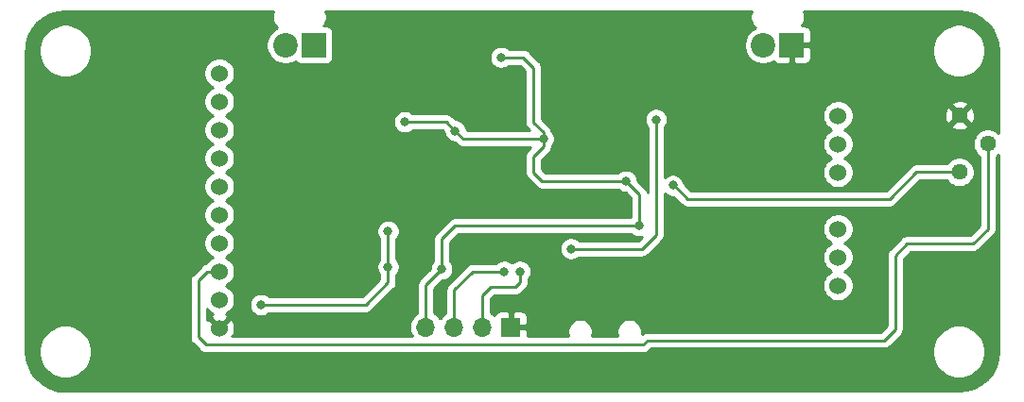
<source format=gbr>
G04 #@! TF.GenerationSoftware,KiCad,Pcbnew,(5.1.0)-1*
G04 #@! TF.CreationDate,2021-04-12T00:50:47+02:00*
G04 #@! TF.ProjectId,Drehzahlmesser,44726568-7a61-4686-9c6d-65737365722e,rev?*
G04 #@! TF.SameCoordinates,Original*
G04 #@! TF.FileFunction,Copper,L2,Bot*
G04 #@! TF.FilePolarity,Positive*
%FSLAX46Y46*%
G04 Gerber Fmt 4.6, Leading zero omitted, Abs format (unit mm)*
G04 Created by KiCad (PCBNEW (5.1.0)-1) date 2021-04-12 00:50:47*
%MOMM*%
%LPD*%
G04 APERTURE LIST*
%ADD10C,1.524000*%
%ADD11C,1.440000*%
%ADD12C,2.200000*%
%ADD13R,2.200000X2.200000*%
%ADD14O,1.700000X1.700000*%
%ADD15R,1.700000X1.700000*%
%ADD16C,0.800000*%
%ADD17C,0.250000*%
%ADD18C,0.254000*%
G04 APERTURE END LIST*
D10*
X163485000Y-64125000D03*
X163485000Y-61585000D03*
X163485000Y-59045000D03*
X163485000Y-69205000D03*
X163485000Y-71745000D03*
X163485000Y-74285000D03*
X108085000Y-55235000D03*
X108085000Y-57775000D03*
X108085000Y-60315000D03*
X108085000Y-62855000D03*
X108085000Y-65395000D03*
X108085000Y-67935000D03*
X108085000Y-70475000D03*
X108085000Y-73015000D03*
X108085000Y-75555000D03*
X108085000Y-78095000D03*
D11*
X174360000Y-64090000D03*
X176900000Y-61550000D03*
X174360000Y-59010000D03*
D12*
X114000000Y-52700000D03*
D13*
X116540000Y-52700000D03*
D14*
X126580000Y-78000000D03*
X129120000Y-78000000D03*
X131660000Y-78000000D03*
D15*
X134200000Y-78000000D03*
D12*
X156800000Y-52700000D03*
D13*
X159340000Y-52700000D03*
D16*
X152000000Y-58300000D03*
X111100000Y-74300000D03*
X124600000Y-70000000D03*
X125800000Y-55800000D03*
X128800000Y-53800000D03*
X138600000Y-58600000D03*
X129400000Y-59000000D03*
X139400000Y-61200000D03*
X155310000Y-70440000D03*
X151220000Y-70440000D03*
X141000000Y-61300000D03*
X146000000Y-64700000D03*
X162200000Y-51600000D03*
X162200000Y-52500000D03*
X162200000Y-53500000D03*
X162200000Y-54500000D03*
X122900000Y-59500000D03*
X141000000Y-53800000D03*
X111800000Y-76000000D03*
X123200000Y-69400000D03*
X123200000Y-72600000D03*
X129200000Y-60400000D03*
X144500000Y-64900000D03*
X145700000Y-68900000D03*
X137100000Y-61100000D03*
X133300000Y-53800000D03*
X128000000Y-72800000D03*
X148700000Y-65284970D03*
X124700000Y-59600000D03*
X139570000Y-70975010D03*
X147190000Y-59375000D03*
X133600000Y-73000000D03*
X135000000Y-73000000D03*
D17*
X111800000Y-76000000D02*
X121200000Y-76000000D01*
X121200000Y-76000000D02*
X123200000Y-74000000D01*
X123200000Y-72600000D02*
X123200000Y-69400000D01*
X123200000Y-74000000D02*
X123200000Y-72600000D01*
X145700000Y-66100000D02*
X145700000Y-68900000D01*
X144500000Y-64900000D02*
X145700000Y-66100000D01*
X137000000Y-64900000D02*
X144500000Y-64900000D01*
X136212500Y-64112500D02*
X137000000Y-64900000D01*
X129912500Y-61112500D02*
X129200000Y-60400000D01*
X136212500Y-61112500D02*
X129912500Y-61112500D01*
X135300000Y-53800000D02*
X133300000Y-53800000D01*
X136212500Y-54712500D02*
X135300000Y-53800000D01*
X128000000Y-72800000D02*
X128000000Y-70100000D01*
X129200000Y-68900000D02*
X145700000Y-68900000D01*
X128000000Y-70100000D02*
X129200000Y-68900000D01*
X126580000Y-74220000D02*
X128000000Y-72800000D01*
X126580000Y-78000000D02*
X126580000Y-74220000D01*
X174360000Y-64090000D02*
X170510000Y-64090000D01*
X170510000Y-64090000D02*
X168100000Y-66500000D01*
X168100000Y-66500000D02*
X150000000Y-66500000D01*
X150000000Y-66500000D02*
X148784970Y-65284970D01*
X148784970Y-65284970D02*
X148700000Y-65284970D01*
X128400000Y-59600000D02*
X129200000Y-60400000D01*
X124700000Y-59600000D02*
X128400000Y-59600000D01*
X136225000Y-61100000D02*
X137100000Y-61100000D01*
X136212500Y-61112500D02*
X136225000Y-61100000D01*
X136212500Y-59646815D02*
X136212500Y-59387500D01*
X137100000Y-60534315D02*
X136212500Y-59646815D01*
X137100000Y-61100000D02*
X137100000Y-60534315D01*
X136212500Y-59387500D02*
X136212500Y-54712500D01*
X137100000Y-61100000D02*
X137100000Y-61800000D01*
X136212500Y-62687500D02*
X136212500Y-62912500D01*
X137100000Y-61800000D02*
X136212500Y-62687500D01*
X136212500Y-62912500D02*
X136212500Y-64112500D01*
X139570000Y-70975010D02*
X145924990Y-70975010D01*
X145924990Y-70975010D02*
X147190000Y-69710000D01*
X147190000Y-69710000D02*
X147190000Y-59420000D01*
X129120000Y-78000000D02*
X129120000Y-74680000D01*
X130800000Y-73000000D02*
X133600000Y-73000000D01*
X129120000Y-74680000D02*
X130800000Y-73000000D01*
X131660000Y-78000000D02*
X131660000Y-75140000D01*
X131660000Y-75140000D02*
X132400000Y-74400000D01*
X132400000Y-74400000D02*
X134600000Y-74400000D01*
X135000000Y-74000000D02*
X134600000Y-74400000D01*
X135000000Y-73000000D02*
X135000000Y-74000000D01*
X107007370Y-73015000D02*
X108085000Y-73015000D01*
X106200000Y-73822370D02*
X107007370Y-73015000D01*
X106890000Y-79600000D02*
X106200000Y-78910000D01*
X146417999Y-79182001D02*
X146000000Y-79600000D01*
X167607999Y-79182001D02*
X146417999Y-79182001D01*
X176900000Y-61550000D02*
X176900000Y-69200000D01*
X146000000Y-79600000D02*
X106890000Y-79600000D01*
X176900000Y-69200000D02*
X175600000Y-70500000D01*
X106200000Y-78910000D02*
X106200000Y-73822370D01*
X175600000Y-70500000D02*
X169680000Y-70500000D01*
X169680000Y-70500000D02*
X168590000Y-71590000D01*
X168590000Y-71590000D02*
X168590000Y-78200000D01*
X168590000Y-78200000D02*
X167607999Y-79182001D01*
D18*
G36*
X112860539Y-49814348D02*
G01*
X112815000Y-50043288D01*
X112815000Y-50276712D01*
X112860539Y-50505652D01*
X112949866Y-50721308D01*
X113079550Y-50915394D01*
X113244606Y-51080450D01*
X113294952Y-51114090D01*
X113178169Y-51162463D01*
X112894002Y-51352337D01*
X112652337Y-51594002D01*
X112462463Y-51878169D01*
X112331675Y-52193919D01*
X112265000Y-52529117D01*
X112265000Y-52870883D01*
X112331675Y-53206081D01*
X112462463Y-53521831D01*
X112652337Y-53805998D01*
X112894002Y-54047663D01*
X113178169Y-54237537D01*
X113493919Y-54368325D01*
X113829117Y-54435000D01*
X114170883Y-54435000D01*
X114506081Y-54368325D01*
X114821831Y-54237537D01*
X114922443Y-54170310D01*
X114988815Y-54251185D01*
X115085506Y-54330537D01*
X115195820Y-54389502D01*
X115315518Y-54425812D01*
X115440000Y-54438072D01*
X117640000Y-54438072D01*
X117764482Y-54425812D01*
X117884180Y-54389502D01*
X117994494Y-54330537D01*
X118091185Y-54251185D01*
X118170537Y-54154494D01*
X118229502Y-54044180D01*
X118265812Y-53924482D01*
X118278072Y-53800000D01*
X118278072Y-51600000D01*
X118265812Y-51475518D01*
X118229502Y-51355820D01*
X118170537Y-51245506D01*
X118091185Y-51148815D01*
X117994494Y-51069463D01*
X117884180Y-51010498D01*
X117764482Y-50974188D01*
X117640000Y-50961928D01*
X117413916Y-50961928D01*
X117460450Y-50915394D01*
X117590134Y-50721308D01*
X117679461Y-50505652D01*
X117725000Y-50276712D01*
X117725000Y-50043288D01*
X117679461Y-49814348D01*
X117615528Y-49660000D01*
X155724472Y-49660000D01*
X155660539Y-49814348D01*
X155615000Y-50043288D01*
X155615000Y-50276712D01*
X155660539Y-50505652D01*
X155749866Y-50721308D01*
X155879550Y-50915394D01*
X156044606Y-51080450D01*
X156094952Y-51114090D01*
X155978169Y-51162463D01*
X155694002Y-51352337D01*
X155452337Y-51594002D01*
X155262463Y-51878169D01*
X155131675Y-52193919D01*
X155065000Y-52529117D01*
X155065000Y-52870883D01*
X155131675Y-53206081D01*
X155262463Y-53521831D01*
X155452337Y-53805998D01*
X155694002Y-54047663D01*
X155978169Y-54237537D01*
X156293919Y-54368325D01*
X156629117Y-54435000D01*
X156970883Y-54435000D01*
X157306081Y-54368325D01*
X157621831Y-54237537D01*
X157722443Y-54170310D01*
X157788815Y-54251185D01*
X157885506Y-54330537D01*
X157995820Y-54389502D01*
X158115518Y-54425812D01*
X158240000Y-54438072D01*
X159054250Y-54435000D01*
X159213000Y-54276250D01*
X159213000Y-52827000D01*
X159467000Y-52827000D01*
X159467000Y-54276250D01*
X159625750Y-54435000D01*
X160440000Y-54438072D01*
X160564482Y-54425812D01*
X160684180Y-54389502D01*
X160794494Y-54330537D01*
X160891185Y-54251185D01*
X160970537Y-54154494D01*
X161029502Y-54044180D01*
X161065812Y-53924482D01*
X161078072Y-53800000D01*
X161075000Y-52985750D01*
X161054348Y-52965098D01*
X171915000Y-52965098D01*
X171915000Y-53434902D01*
X172006654Y-53895679D01*
X172186440Y-54329721D01*
X172447450Y-54720349D01*
X172779651Y-55052550D01*
X173170279Y-55313560D01*
X173604321Y-55493346D01*
X174065098Y-55585000D01*
X174534902Y-55585000D01*
X174995679Y-55493346D01*
X175429721Y-55313560D01*
X175820349Y-55052550D01*
X176152550Y-54720349D01*
X176413560Y-54329721D01*
X176593346Y-53895679D01*
X176685000Y-53434902D01*
X176685000Y-52965098D01*
X176593346Y-52504321D01*
X176413560Y-52070279D01*
X176152550Y-51679651D01*
X175820349Y-51347450D01*
X175429721Y-51086440D01*
X174995679Y-50906654D01*
X174534902Y-50815000D01*
X174065098Y-50815000D01*
X173604321Y-50906654D01*
X173170279Y-51086440D01*
X172779651Y-51347450D01*
X172447450Y-51679651D01*
X172186440Y-52070279D01*
X172006654Y-52504321D01*
X171915000Y-52965098D01*
X161054348Y-52965098D01*
X160916250Y-52827000D01*
X159467000Y-52827000D01*
X159213000Y-52827000D01*
X159193000Y-52827000D01*
X159193000Y-52573000D01*
X159213000Y-52573000D01*
X159213000Y-52553000D01*
X159467000Y-52553000D01*
X159467000Y-52573000D01*
X160916250Y-52573000D01*
X161075000Y-52414250D01*
X161078072Y-51600000D01*
X161065812Y-51475518D01*
X161029502Y-51355820D01*
X160970537Y-51245506D01*
X160891185Y-51148815D01*
X160794494Y-51069463D01*
X160684180Y-51010498D01*
X160564482Y-50974188D01*
X160440000Y-50961928D01*
X160213060Y-50962784D01*
X160260450Y-50915394D01*
X160390134Y-50721308D01*
X160479461Y-50505652D01*
X160525000Y-50276712D01*
X160525000Y-50043288D01*
X160479461Y-49814348D01*
X160415528Y-49660000D01*
X174267722Y-49660000D01*
X174986973Y-49730523D01*
X175647787Y-49930035D01*
X176257255Y-50254095D01*
X176792173Y-50690363D01*
X177232169Y-51222226D01*
X177560476Y-51829419D01*
X177764597Y-52488824D01*
X177840001Y-53206244D01*
X177840001Y-60573742D01*
X177763762Y-60497503D01*
X177541833Y-60349215D01*
X177295239Y-60247072D01*
X177033456Y-60195000D01*
X176766544Y-60195000D01*
X176504761Y-60247072D01*
X176258167Y-60349215D01*
X176036238Y-60497503D01*
X175847503Y-60686238D01*
X175699215Y-60908167D01*
X175597072Y-61154761D01*
X175545000Y-61416544D01*
X175545000Y-61683456D01*
X175597072Y-61945239D01*
X175699215Y-62191833D01*
X175847503Y-62413762D01*
X176036238Y-62602497D01*
X176140000Y-62671829D01*
X176140001Y-68885197D01*
X175285199Y-69740000D01*
X169717325Y-69740000D01*
X169680000Y-69736324D01*
X169642675Y-69740000D01*
X169642667Y-69740000D01*
X169531014Y-69750997D01*
X169387753Y-69794454D01*
X169255724Y-69865026D01*
X169139999Y-69959999D01*
X169116201Y-69988997D01*
X168079002Y-71026196D01*
X168049999Y-71049999D01*
X167994871Y-71117174D01*
X167955026Y-71165724D01*
X167884455Y-71297753D01*
X167884454Y-71297754D01*
X167840997Y-71441015D01*
X167830000Y-71552668D01*
X167830000Y-71552678D01*
X167826324Y-71590000D01*
X167830000Y-71627323D01*
X167830001Y-77885197D01*
X167293198Y-78422001D01*
X146455322Y-78422001D01*
X146417999Y-78418325D01*
X146380676Y-78422001D01*
X146380666Y-78422001D01*
X146269013Y-78432998D01*
X146125752Y-78476455D01*
X145993723Y-78547027D01*
X145915167Y-78611496D01*
X145935000Y-78511788D01*
X145935000Y-78288212D01*
X145891383Y-78068933D01*
X145805824Y-77862376D01*
X145681612Y-77676480D01*
X145523520Y-77518388D01*
X145337624Y-77394176D01*
X145131067Y-77308617D01*
X144911788Y-77265000D01*
X144688212Y-77265000D01*
X144468933Y-77308617D01*
X144262376Y-77394176D01*
X144076480Y-77518388D01*
X143918388Y-77676480D01*
X143794176Y-77862376D01*
X143708617Y-78068933D01*
X143665000Y-78288212D01*
X143665000Y-78511788D01*
X143708617Y-78731067D01*
X143753739Y-78840000D01*
X141446261Y-78840000D01*
X141491383Y-78731067D01*
X141535000Y-78511788D01*
X141535000Y-78288212D01*
X141491383Y-78068933D01*
X141405824Y-77862376D01*
X141281612Y-77676480D01*
X141123520Y-77518388D01*
X140937624Y-77394176D01*
X140731067Y-77308617D01*
X140511788Y-77265000D01*
X140288212Y-77265000D01*
X140068933Y-77308617D01*
X139862376Y-77394176D01*
X139676480Y-77518388D01*
X139518388Y-77676480D01*
X139394176Y-77862376D01*
X139308617Y-78068933D01*
X139265000Y-78288212D01*
X139265000Y-78511788D01*
X139308617Y-78731067D01*
X139353739Y-78840000D01*
X135688018Y-78840000D01*
X135685000Y-78285750D01*
X135526250Y-78127000D01*
X134327000Y-78127000D01*
X134327000Y-78147000D01*
X134073000Y-78147000D01*
X134073000Y-78127000D01*
X134053000Y-78127000D01*
X134053000Y-77873000D01*
X134073000Y-77873000D01*
X134073000Y-76673750D01*
X134327000Y-76673750D01*
X134327000Y-77873000D01*
X135526250Y-77873000D01*
X135685000Y-77714250D01*
X135688072Y-77150000D01*
X135675812Y-77025518D01*
X135639502Y-76905820D01*
X135580537Y-76795506D01*
X135501185Y-76698815D01*
X135404494Y-76619463D01*
X135294180Y-76560498D01*
X135174482Y-76524188D01*
X135050000Y-76511928D01*
X134485750Y-76515000D01*
X134327000Y-76673750D01*
X134073000Y-76673750D01*
X133914250Y-76515000D01*
X133350000Y-76511928D01*
X133225518Y-76524188D01*
X133105820Y-76560498D01*
X132995506Y-76619463D01*
X132898815Y-76698815D01*
X132819463Y-76795506D01*
X132760498Y-76905820D01*
X132739607Y-76974687D01*
X132715134Y-76944866D01*
X132489014Y-76759294D01*
X132420000Y-76722405D01*
X132420000Y-75454801D01*
X132714802Y-75160000D01*
X134562678Y-75160000D01*
X134600000Y-75163676D01*
X134637322Y-75160000D01*
X134637333Y-75160000D01*
X134748986Y-75149003D01*
X134892247Y-75105546D01*
X135024276Y-75034974D01*
X135140001Y-74940001D01*
X135163803Y-74910998D01*
X135511002Y-74563800D01*
X135540001Y-74540001D01*
X135634974Y-74424276D01*
X135705546Y-74292247D01*
X135749003Y-74148986D01*
X135760000Y-74037333D01*
X135760000Y-74037324D01*
X135763676Y-74000001D01*
X135760000Y-73962678D01*
X135760000Y-73703711D01*
X135803937Y-73659774D01*
X135917205Y-73490256D01*
X135995226Y-73301898D01*
X136035000Y-73101939D01*
X136035000Y-72898061D01*
X135995226Y-72698102D01*
X135917205Y-72509744D01*
X135803937Y-72340226D01*
X135659774Y-72196063D01*
X135490256Y-72082795D01*
X135301898Y-72004774D01*
X135101939Y-71965000D01*
X134898061Y-71965000D01*
X134698102Y-72004774D01*
X134509744Y-72082795D01*
X134340226Y-72196063D01*
X134300000Y-72236289D01*
X134259774Y-72196063D01*
X134090256Y-72082795D01*
X133901898Y-72004774D01*
X133701939Y-71965000D01*
X133498061Y-71965000D01*
X133298102Y-72004774D01*
X133109744Y-72082795D01*
X132940226Y-72196063D01*
X132896289Y-72240000D01*
X130837325Y-72240000D01*
X130800000Y-72236324D01*
X130762675Y-72240000D01*
X130762667Y-72240000D01*
X130651014Y-72250997D01*
X130507753Y-72294454D01*
X130375724Y-72365026D01*
X130259999Y-72459999D01*
X130236201Y-72488997D01*
X128608998Y-74116201D01*
X128580000Y-74139999D01*
X128556202Y-74168997D01*
X128556201Y-74168998D01*
X128485026Y-74255724D01*
X128414454Y-74387754D01*
X128393345Y-74457344D01*
X128370998Y-74531014D01*
X128361347Y-74628998D01*
X128356324Y-74680000D01*
X128360001Y-74717332D01*
X128360000Y-76722405D01*
X128290986Y-76759294D01*
X128064866Y-76944866D01*
X127879294Y-77170986D01*
X127850000Y-77225791D01*
X127820706Y-77170986D01*
X127635134Y-76944866D01*
X127409014Y-76759294D01*
X127340000Y-76722405D01*
X127340000Y-74534801D01*
X128039802Y-73835000D01*
X128101939Y-73835000D01*
X128301898Y-73795226D01*
X128490256Y-73717205D01*
X128659774Y-73603937D01*
X128803937Y-73459774D01*
X128917205Y-73290256D01*
X128995226Y-73101898D01*
X129035000Y-72901939D01*
X129035000Y-72698061D01*
X128995226Y-72498102D01*
X128917205Y-72309744D01*
X128803937Y-72140226D01*
X128760000Y-72096289D01*
X128760000Y-70414801D01*
X129514802Y-69660000D01*
X144996289Y-69660000D01*
X145040226Y-69703937D01*
X145209744Y-69817205D01*
X145398102Y-69895226D01*
X145598061Y-69935000D01*
X145801939Y-69935000D01*
X145912113Y-69913085D01*
X145610189Y-70215010D01*
X140273711Y-70215010D01*
X140229774Y-70171073D01*
X140060256Y-70057805D01*
X139871898Y-69979784D01*
X139671939Y-69940010D01*
X139468061Y-69940010D01*
X139268102Y-69979784D01*
X139079744Y-70057805D01*
X138910226Y-70171073D01*
X138766063Y-70315236D01*
X138652795Y-70484754D01*
X138574774Y-70673112D01*
X138535000Y-70873071D01*
X138535000Y-71076949D01*
X138574774Y-71276908D01*
X138652795Y-71465266D01*
X138766063Y-71634784D01*
X138910226Y-71778947D01*
X139079744Y-71892215D01*
X139268102Y-71970236D01*
X139468061Y-72010010D01*
X139671939Y-72010010D01*
X139871898Y-71970236D01*
X140060256Y-71892215D01*
X140229774Y-71778947D01*
X140273711Y-71735010D01*
X145887668Y-71735010D01*
X145924990Y-71738686D01*
X145962312Y-71735010D01*
X145962323Y-71735010D01*
X146073976Y-71724013D01*
X146217237Y-71680556D01*
X146349266Y-71609984D01*
X146464991Y-71515011D01*
X146488794Y-71486007D01*
X147701004Y-70273798D01*
X147730001Y-70250001D01*
X147824974Y-70134276D01*
X147895546Y-70002247D01*
X147939003Y-69858986D01*
X147950000Y-69747333D01*
X147950000Y-69747324D01*
X147953676Y-69710001D01*
X147950000Y-69672678D01*
X147950000Y-69067408D01*
X162088000Y-69067408D01*
X162088000Y-69342592D01*
X162141686Y-69612490D01*
X162246995Y-69866727D01*
X162399880Y-70095535D01*
X162594465Y-70290120D01*
X162823273Y-70443005D01*
X162900515Y-70475000D01*
X162823273Y-70506995D01*
X162594465Y-70659880D01*
X162399880Y-70854465D01*
X162246995Y-71083273D01*
X162141686Y-71337510D01*
X162088000Y-71607408D01*
X162088000Y-71882592D01*
X162141686Y-72152490D01*
X162246995Y-72406727D01*
X162399880Y-72635535D01*
X162594465Y-72830120D01*
X162823273Y-72983005D01*
X162900515Y-73015000D01*
X162823273Y-73046995D01*
X162594465Y-73199880D01*
X162399880Y-73394465D01*
X162246995Y-73623273D01*
X162141686Y-73877510D01*
X162088000Y-74147408D01*
X162088000Y-74422592D01*
X162141686Y-74692490D01*
X162246995Y-74946727D01*
X162399880Y-75175535D01*
X162594465Y-75370120D01*
X162823273Y-75523005D01*
X163077510Y-75628314D01*
X163347408Y-75682000D01*
X163622592Y-75682000D01*
X163892490Y-75628314D01*
X164146727Y-75523005D01*
X164375535Y-75370120D01*
X164570120Y-75175535D01*
X164723005Y-74946727D01*
X164828314Y-74692490D01*
X164882000Y-74422592D01*
X164882000Y-74147408D01*
X164828314Y-73877510D01*
X164723005Y-73623273D01*
X164570120Y-73394465D01*
X164375535Y-73199880D01*
X164146727Y-73046995D01*
X164069485Y-73015000D01*
X164146727Y-72983005D01*
X164375535Y-72830120D01*
X164570120Y-72635535D01*
X164723005Y-72406727D01*
X164828314Y-72152490D01*
X164882000Y-71882592D01*
X164882000Y-71607408D01*
X164828314Y-71337510D01*
X164723005Y-71083273D01*
X164570120Y-70854465D01*
X164375535Y-70659880D01*
X164146727Y-70506995D01*
X164069485Y-70475000D01*
X164146727Y-70443005D01*
X164375535Y-70290120D01*
X164570120Y-70095535D01*
X164723005Y-69866727D01*
X164828314Y-69612490D01*
X164882000Y-69342592D01*
X164882000Y-69067408D01*
X164828314Y-68797510D01*
X164723005Y-68543273D01*
X164570120Y-68314465D01*
X164375535Y-68119880D01*
X164146727Y-67966995D01*
X163892490Y-67861686D01*
X163622592Y-67808000D01*
X163347408Y-67808000D01*
X163077510Y-67861686D01*
X162823273Y-67966995D01*
X162594465Y-68119880D01*
X162399880Y-68314465D01*
X162246995Y-68543273D01*
X162141686Y-68797510D01*
X162088000Y-69067408D01*
X147950000Y-69067408D01*
X147950000Y-65998681D01*
X148040226Y-66088907D01*
X148209744Y-66202175D01*
X148398102Y-66280196D01*
X148598061Y-66319970D01*
X148745169Y-66319970D01*
X149436201Y-67011003D01*
X149459999Y-67040001D01*
X149488997Y-67063799D01*
X149575723Y-67134974D01*
X149707753Y-67205546D01*
X149851014Y-67249003D01*
X149962667Y-67260000D01*
X149962677Y-67260000D01*
X150000000Y-67263676D01*
X150037323Y-67260000D01*
X168062678Y-67260000D01*
X168100000Y-67263676D01*
X168137322Y-67260000D01*
X168137333Y-67260000D01*
X168248986Y-67249003D01*
X168392247Y-67205546D01*
X168524276Y-67134974D01*
X168640001Y-67040001D01*
X168663804Y-67010997D01*
X170824802Y-64850000D01*
X173238172Y-64850000D01*
X173307503Y-64953762D01*
X173496238Y-65142497D01*
X173718167Y-65290785D01*
X173964761Y-65392928D01*
X174226544Y-65445000D01*
X174493456Y-65445000D01*
X174755239Y-65392928D01*
X175001833Y-65290785D01*
X175223762Y-65142497D01*
X175412497Y-64953762D01*
X175560785Y-64731833D01*
X175662928Y-64485239D01*
X175715000Y-64223456D01*
X175715000Y-63956544D01*
X175662928Y-63694761D01*
X175560785Y-63448167D01*
X175412497Y-63226238D01*
X175223762Y-63037503D01*
X175001833Y-62889215D01*
X174755239Y-62787072D01*
X174493456Y-62735000D01*
X174226544Y-62735000D01*
X173964761Y-62787072D01*
X173718167Y-62889215D01*
X173496238Y-63037503D01*
X173307503Y-63226238D01*
X173238172Y-63330000D01*
X170547325Y-63330000D01*
X170510000Y-63326324D01*
X170472675Y-63330000D01*
X170472667Y-63330000D01*
X170361014Y-63340997D01*
X170217753Y-63384454D01*
X170085724Y-63455026D01*
X169969999Y-63549999D01*
X169946201Y-63578997D01*
X167785199Y-65740000D01*
X150314802Y-65740000D01*
X149729331Y-65154529D01*
X149695226Y-64983072D01*
X149617205Y-64794714D01*
X149503937Y-64625196D01*
X149359774Y-64481033D01*
X149190256Y-64367765D01*
X149001898Y-64289744D01*
X148801939Y-64249970D01*
X148598061Y-64249970D01*
X148398102Y-64289744D01*
X148209744Y-64367765D01*
X148040226Y-64481033D01*
X147950000Y-64571259D01*
X147950000Y-60078711D01*
X147993937Y-60034774D01*
X148107205Y-59865256D01*
X148185226Y-59676898D01*
X148225000Y-59476939D01*
X148225000Y-59273061D01*
X148185226Y-59073102D01*
X148116593Y-58907408D01*
X162088000Y-58907408D01*
X162088000Y-59182592D01*
X162141686Y-59452490D01*
X162246995Y-59706727D01*
X162399880Y-59935535D01*
X162594465Y-60130120D01*
X162823273Y-60283005D01*
X162900515Y-60315000D01*
X162823273Y-60346995D01*
X162594465Y-60499880D01*
X162399880Y-60694465D01*
X162246995Y-60923273D01*
X162141686Y-61177510D01*
X162088000Y-61447408D01*
X162088000Y-61722592D01*
X162141686Y-61992490D01*
X162246995Y-62246727D01*
X162399880Y-62475535D01*
X162594465Y-62670120D01*
X162823273Y-62823005D01*
X162900515Y-62855000D01*
X162823273Y-62886995D01*
X162594465Y-63039880D01*
X162399880Y-63234465D01*
X162246995Y-63463273D01*
X162141686Y-63717510D01*
X162088000Y-63987408D01*
X162088000Y-64262592D01*
X162141686Y-64532490D01*
X162246995Y-64786727D01*
X162399880Y-65015535D01*
X162594465Y-65210120D01*
X162823273Y-65363005D01*
X163077510Y-65468314D01*
X163347408Y-65522000D01*
X163622592Y-65522000D01*
X163892490Y-65468314D01*
X164146727Y-65363005D01*
X164375535Y-65210120D01*
X164570120Y-65015535D01*
X164723005Y-64786727D01*
X164828314Y-64532490D01*
X164882000Y-64262592D01*
X164882000Y-63987408D01*
X164828314Y-63717510D01*
X164723005Y-63463273D01*
X164570120Y-63234465D01*
X164375535Y-63039880D01*
X164146727Y-62886995D01*
X164069485Y-62855000D01*
X164146727Y-62823005D01*
X164375535Y-62670120D01*
X164570120Y-62475535D01*
X164723005Y-62246727D01*
X164828314Y-61992490D01*
X164882000Y-61722592D01*
X164882000Y-61447408D01*
X164828314Y-61177510D01*
X164723005Y-60923273D01*
X164570120Y-60694465D01*
X164375535Y-60499880D01*
X164146727Y-60346995D01*
X164069485Y-60315000D01*
X164146727Y-60283005D01*
X164375535Y-60130120D01*
X164560095Y-59945560D01*
X173604045Y-59945560D01*
X173665932Y-60181368D01*
X173907790Y-60294266D01*
X174167027Y-60357811D01*
X174433680Y-60369561D01*
X174697501Y-60329063D01*
X174948353Y-60237875D01*
X175054068Y-60181368D01*
X175115955Y-59945560D01*
X174360000Y-59189605D01*
X173604045Y-59945560D01*
X164560095Y-59945560D01*
X164570120Y-59935535D01*
X164723005Y-59706727D01*
X164828314Y-59452490D01*
X164882000Y-59182592D01*
X164882000Y-59083680D01*
X173000439Y-59083680D01*
X173040937Y-59347501D01*
X173132125Y-59598353D01*
X173188632Y-59704068D01*
X173424440Y-59765955D01*
X174180395Y-59010000D01*
X174539605Y-59010000D01*
X175295560Y-59765955D01*
X175531368Y-59704068D01*
X175644266Y-59462210D01*
X175707811Y-59202973D01*
X175719561Y-58936320D01*
X175679063Y-58672499D01*
X175587875Y-58421647D01*
X175531368Y-58315932D01*
X175295560Y-58254045D01*
X174539605Y-59010000D01*
X174180395Y-59010000D01*
X173424440Y-58254045D01*
X173188632Y-58315932D01*
X173075734Y-58557790D01*
X173012189Y-58817027D01*
X173000439Y-59083680D01*
X164882000Y-59083680D01*
X164882000Y-58907408D01*
X164828314Y-58637510D01*
X164723005Y-58383273D01*
X164570120Y-58154465D01*
X164490095Y-58074440D01*
X173604045Y-58074440D01*
X174360000Y-58830395D01*
X175115955Y-58074440D01*
X175054068Y-57838632D01*
X174812210Y-57725734D01*
X174552973Y-57662189D01*
X174286320Y-57650439D01*
X174022499Y-57690937D01*
X173771647Y-57782125D01*
X173665932Y-57838632D01*
X173604045Y-58074440D01*
X164490095Y-58074440D01*
X164375535Y-57959880D01*
X164146727Y-57806995D01*
X163892490Y-57701686D01*
X163622592Y-57648000D01*
X163347408Y-57648000D01*
X163077510Y-57701686D01*
X162823273Y-57806995D01*
X162594465Y-57959880D01*
X162399880Y-58154465D01*
X162246995Y-58383273D01*
X162141686Y-58637510D01*
X162088000Y-58907408D01*
X148116593Y-58907408D01*
X148107205Y-58884744D01*
X147993937Y-58715226D01*
X147849774Y-58571063D01*
X147680256Y-58457795D01*
X147491898Y-58379774D01*
X147291939Y-58340000D01*
X147088061Y-58340000D01*
X146888102Y-58379774D01*
X146699744Y-58457795D01*
X146530226Y-58571063D01*
X146386063Y-58715226D01*
X146272795Y-58884744D01*
X146194774Y-59073102D01*
X146155000Y-59273061D01*
X146155000Y-59476939D01*
X146194774Y-59676898D01*
X146272795Y-59865256D01*
X146386063Y-60034774D01*
X146430001Y-60078712D01*
X146430000Y-65888370D01*
X146405546Y-65807753D01*
X146334974Y-65675724D01*
X146240001Y-65559999D01*
X146211004Y-65536202D01*
X145535000Y-64860199D01*
X145535000Y-64798061D01*
X145495226Y-64598102D01*
X145417205Y-64409744D01*
X145303937Y-64240226D01*
X145159774Y-64096063D01*
X144990256Y-63982795D01*
X144801898Y-63904774D01*
X144601939Y-63865000D01*
X144398061Y-63865000D01*
X144198102Y-63904774D01*
X144009744Y-63982795D01*
X143840226Y-64096063D01*
X143796289Y-64140000D01*
X137314802Y-64140000D01*
X136972500Y-63797699D01*
X136972500Y-63002301D01*
X137611003Y-62363799D01*
X137640001Y-62340001D01*
X137734974Y-62224276D01*
X137805546Y-62092247D01*
X137849003Y-61948986D01*
X137860000Y-61837333D01*
X137863673Y-61800038D01*
X137903937Y-61759774D01*
X138017205Y-61590256D01*
X138095226Y-61401898D01*
X138135000Y-61201939D01*
X138135000Y-60998061D01*
X138095226Y-60798102D01*
X138017205Y-60609744D01*
X137903937Y-60440226D01*
X137848987Y-60385276D01*
X137805546Y-60242068D01*
X137734974Y-60110039D01*
X137663799Y-60023312D01*
X137640001Y-59994314D01*
X137611003Y-59970516D01*
X136972500Y-59332014D01*
X136972500Y-54749823D01*
X136976176Y-54712500D01*
X136972500Y-54675177D01*
X136972500Y-54675167D01*
X136961503Y-54563514D01*
X136918046Y-54420253D01*
X136869655Y-54329721D01*
X136847474Y-54288223D01*
X136776299Y-54201497D01*
X136752501Y-54172499D01*
X136723503Y-54148701D01*
X135863803Y-53289002D01*
X135840001Y-53259999D01*
X135724276Y-53165026D01*
X135592247Y-53094454D01*
X135448986Y-53050997D01*
X135337333Y-53040000D01*
X135337322Y-53040000D01*
X135300000Y-53036324D01*
X135262678Y-53040000D01*
X134003711Y-53040000D01*
X133959774Y-52996063D01*
X133790256Y-52882795D01*
X133601898Y-52804774D01*
X133401939Y-52765000D01*
X133198061Y-52765000D01*
X132998102Y-52804774D01*
X132809744Y-52882795D01*
X132640226Y-52996063D01*
X132496063Y-53140226D01*
X132382795Y-53309744D01*
X132304774Y-53498102D01*
X132265000Y-53698061D01*
X132265000Y-53901939D01*
X132304774Y-54101898D01*
X132382795Y-54290256D01*
X132496063Y-54459774D01*
X132640226Y-54603937D01*
X132809744Y-54717205D01*
X132998102Y-54795226D01*
X133198061Y-54835000D01*
X133401939Y-54835000D01*
X133601898Y-54795226D01*
X133790256Y-54717205D01*
X133959774Y-54603937D01*
X134003711Y-54560000D01*
X134985199Y-54560000D01*
X135452501Y-55027303D01*
X135452500Y-59350167D01*
X135452500Y-59609493D01*
X135448824Y-59646815D01*
X135452500Y-59684137D01*
X135452500Y-59684147D01*
X135463497Y-59795800D01*
X135495681Y-59901898D01*
X135506954Y-59939061D01*
X135577526Y-60071091D01*
X135617371Y-60119641D01*
X135672499Y-60186816D01*
X135701502Y-60210618D01*
X135843384Y-60352500D01*
X130235000Y-60352500D01*
X130235000Y-60298061D01*
X130195226Y-60098102D01*
X130117205Y-59909744D01*
X130003937Y-59740226D01*
X129859774Y-59596063D01*
X129690256Y-59482795D01*
X129501898Y-59404774D01*
X129301939Y-59365000D01*
X129239801Y-59365000D01*
X128963803Y-59089002D01*
X128940001Y-59059999D01*
X128824276Y-58965026D01*
X128692247Y-58894454D01*
X128548986Y-58850997D01*
X128437333Y-58840000D01*
X128437322Y-58840000D01*
X128400000Y-58836324D01*
X128362678Y-58840000D01*
X125403711Y-58840000D01*
X125359774Y-58796063D01*
X125190256Y-58682795D01*
X125001898Y-58604774D01*
X124801939Y-58565000D01*
X124598061Y-58565000D01*
X124398102Y-58604774D01*
X124209744Y-58682795D01*
X124040226Y-58796063D01*
X123896063Y-58940226D01*
X123782795Y-59109744D01*
X123704774Y-59298102D01*
X123665000Y-59498061D01*
X123665000Y-59701939D01*
X123704774Y-59901898D01*
X123782795Y-60090256D01*
X123896063Y-60259774D01*
X124040226Y-60403937D01*
X124209744Y-60517205D01*
X124398102Y-60595226D01*
X124598061Y-60635000D01*
X124801939Y-60635000D01*
X125001898Y-60595226D01*
X125190256Y-60517205D01*
X125359774Y-60403937D01*
X125403711Y-60360000D01*
X128085199Y-60360000D01*
X128165000Y-60439801D01*
X128165000Y-60501939D01*
X128204774Y-60701898D01*
X128282795Y-60890256D01*
X128396063Y-61059774D01*
X128540226Y-61203937D01*
X128709744Y-61317205D01*
X128898102Y-61395226D01*
X129098061Y-61435000D01*
X129160198Y-61435000D01*
X129348701Y-61623502D01*
X129372499Y-61652501D01*
X129488224Y-61747474D01*
X129620253Y-61818046D01*
X129763514Y-61861503D01*
X129875167Y-61872500D01*
X129875176Y-61872500D01*
X129912499Y-61876176D01*
X129949822Y-61872500D01*
X135952699Y-61872500D01*
X135701502Y-62123697D01*
X135672499Y-62147499D01*
X135634934Y-62193273D01*
X135577526Y-62263224D01*
X135536488Y-62340001D01*
X135506954Y-62395254D01*
X135463497Y-62538515D01*
X135452500Y-62650168D01*
X135452500Y-62650178D01*
X135448824Y-62687500D01*
X135452500Y-62724822D01*
X135452500Y-62875168D01*
X135452501Y-64075168D01*
X135448824Y-64112500D01*
X135452501Y-64149833D01*
X135463498Y-64261486D01*
X135464572Y-64265026D01*
X135506954Y-64404746D01*
X135577526Y-64536776D01*
X135635776Y-64607753D01*
X135672500Y-64652501D01*
X135701498Y-64676299D01*
X136436201Y-65411002D01*
X136459999Y-65440001D01*
X136575724Y-65534974D01*
X136707753Y-65605546D01*
X136851014Y-65649003D01*
X136962667Y-65660000D01*
X136962676Y-65660000D01*
X136999999Y-65663676D01*
X137037322Y-65660000D01*
X143796289Y-65660000D01*
X143840226Y-65703937D01*
X144009744Y-65817205D01*
X144198102Y-65895226D01*
X144398061Y-65935000D01*
X144460199Y-65935000D01*
X144940000Y-66414802D01*
X144940001Y-68140000D01*
X129237322Y-68140000D01*
X129199999Y-68136324D01*
X129162676Y-68140000D01*
X129162667Y-68140000D01*
X129051014Y-68150997D01*
X128907753Y-68194454D01*
X128775724Y-68265026D01*
X128659999Y-68359999D01*
X128636201Y-68388997D01*
X127488998Y-69536201D01*
X127460000Y-69559999D01*
X127436202Y-69588997D01*
X127436201Y-69588998D01*
X127365026Y-69675724D01*
X127294454Y-69807754D01*
X127269428Y-69890256D01*
X127255492Y-69936201D01*
X127250998Y-69951015D01*
X127236324Y-70100000D01*
X127240001Y-70137332D01*
X127240000Y-72096289D01*
X127196063Y-72140226D01*
X127082795Y-72309744D01*
X127004774Y-72498102D01*
X126965000Y-72698061D01*
X126965000Y-72760198D01*
X126068998Y-73656201D01*
X126040000Y-73679999D01*
X126016202Y-73708997D01*
X126016201Y-73708998D01*
X125945026Y-73795724D01*
X125874454Y-73927754D01*
X125852539Y-74000001D01*
X125830998Y-74071014D01*
X125823474Y-74147408D01*
X125816324Y-74220000D01*
X125820001Y-74257332D01*
X125820000Y-76722405D01*
X125750986Y-76759294D01*
X125524866Y-76944866D01*
X125339294Y-77170986D01*
X125201401Y-77428966D01*
X125116487Y-77708889D01*
X125087815Y-78000000D01*
X125116487Y-78291111D01*
X125201401Y-78571034D01*
X125339294Y-78829014D01*
X125348310Y-78840000D01*
X109197387Y-78840000D01*
X109290656Y-78813980D01*
X109407756Y-78564952D01*
X109474023Y-78297865D01*
X109486910Y-78022983D01*
X109445922Y-77750867D01*
X109352636Y-77491977D01*
X109290656Y-77376020D01*
X109050565Y-77309040D01*
X108264605Y-78095000D01*
X108278748Y-78109143D01*
X108099143Y-78288748D01*
X108085000Y-78274605D01*
X108070858Y-78288748D01*
X107891253Y-78109143D01*
X107905395Y-78095000D01*
X107119435Y-77309040D01*
X106960000Y-77353519D01*
X106960000Y-76385851D01*
X106999880Y-76445535D01*
X107194465Y-76640120D01*
X107423273Y-76793005D01*
X107494943Y-76822692D01*
X107481977Y-76827364D01*
X107366020Y-76889344D01*
X107299040Y-77129435D01*
X108085000Y-77915395D01*
X108870960Y-77129435D01*
X108803980Y-76889344D01*
X108668240Y-76825515D01*
X108746727Y-76793005D01*
X108975535Y-76640120D01*
X109170120Y-76445535D01*
X109323005Y-76216727D01*
X109428314Y-75962490D01*
X109441129Y-75898061D01*
X110765000Y-75898061D01*
X110765000Y-76101939D01*
X110804774Y-76301898D01*
X110882795Y-76490256D01*
X110996063Y-76659774D01*
X111140226Y-76803937D01*
X111309744Y-76917205D01*
X111498102Y-76995226D01*
X111698061Y-77035000D01*
X111901939Y-77035000D01*
X112101898Y-76995226D01*
X112290256Y-76917205D01*
X112459774Y-76803937D01*
X112503711Y-76760000D01*
X121162678Y-76760000D01*
X121200000Y-76763676D01*
X121237322Y-76760000D01*
X121237333Y-76760000D01*
X121348986Y-76749003D01*
X121492247Y-76705546D01*
X121624276Y-76634974D01*
X121740001Y-76540001D01*
X121763804Y-76510997D01*
X123711004Y-74563798D01*
X123740001Y-74540001D01*
X123807836Y-74457344D01*
X123834974Y-74424277D01*
X123905546Y-74292247D01*
X123918053Y-74251015D01*
X123949003Y-74148986D01*
X123960000Y-74037333D01*
X123960000Y-74037324D01*
X123963676Y-74000001D01*
X123960000Y-73962678D01*
X123960000Y-73303711D01*
X124003937Y-73259774D01*
X124117205Y-73090256D01*
X124195226Y-72901898D01*
X124235000Y-72701939D01*
X124235000Y-72498061D01*
X124195226Y-72298102D01*
X124117205Y-72109744D01*
X124003937Y-71940226D01*
X123960000Y-71896289D01*
X123960000Y-70103711D01*
X124003937Y-70059774D01*
X124117205Y-69890256D01*
X124195226Y-69701898D01*
X124235000Y-69501939D01*
X124235000Y-69298061D01*
X124195226Y-69098102D01*
X124117205Y-68909744D01*
X124003937Y-68740226D01*
X123859774Y-68596063D01*
X123690256Y-68482795D01*
X123501898Y-68404774D01*
X123301939Y-68365000D01*
X123098061Y-68365000D01*
X122898102Y-68404774D01*
X122709744Y-68482795D01*
X122540226Y-68596063D01*
X122396063Y-68740226D01*
X122282795Y-68909744D01*
X122204774Y-69098102D01*
X122165000Y-69298061D01*
X122165000Y-69501939D01*
X122204774Y-69701898D01*
X122282795Y-69890256D01*
X122396063Y-70059774D01*
X122440001Y-70103712D01*
X122440000Y-71896289D01*
X122396063Y-71940226D01*
X122282795Y-72109744D01*
X122204774Y-72298102D01*
X122165000Y-72498061D01*
X122165000Y-72701939D01*
X122204774Y-72901898D01*
X122282795Y-73090256D01*
X122396063Y-73259774D01*
X122440000Y-73303711D01*
X122440000Y-73685198D01*
X120885199Y-75240000D01*
X112503711Y-75240000D01*
X112459774Y-75196063D01*
X112290256Y-75082795D01*
X112101898Y-75004774D01*
X111901939Y-74965000D01*
X111698061Y-74965000D01*
X111498102Y-75004774D01*
X111309744Y-75082795D01*
X111140226Y-75196063D01*
X110996063Y-75340226D01*
X110882795Y-75509744D01*
X110804774Y-75698102D01*
X110765000Y-75898061D01*
X109441129Y-75898061D01*
X109482000Y-75692592D01*
X109482000Y-75417408D01*
X109428314Y-75147510D01*
X109323005Y-74893273D01*
X109170120Y-74664465D01*
X108975535Y-74469880D01*
X108746727Y-74316995D01*
X108669485Y-74285000D01*
X108746727Y-74253005D01*
X108975535Y-74100120D01*
X109170120Y-73905535D01*
X109323005Y-73676727D01*
X109428314Y-73422490D01*
X109482000Y-73152592D01*
X109482000Y-72877408D01*
X109428314Y-72607510D01*
X109323005Y-72353273D01*
X109170120Y-72124465D01*
X108975535Y-71929880D01*
X108746727Y-71776995D01*
X108669485Y-71745000D01*
X108746727Y-71713005D01*
X108975535Y-71560120D01*
X109170120Y-71365535D01*
X109323005Y-71136727D01*
X109428314Y-70882490D01*
X109482000Y-70612592D01*
X109482000Y-70337408D01*
X109428314Y-70067510D01*
X109323005Y-69813273D01*
X109170120Y-69584465D01*
X108975535Y-69389880D01*
X108746727Y-69236995D01*
X108669485Y-69205000D01*
X108746727Y-69173005D01*
X108975535Y-69020120D01*
X109170120Y-68825535D01*
X109323005Y-68596727D01*
X109428314Y-68342490D01*
X109482000Y-68072592D01*
X109482000Y-67797408D01*
X109428314Y-67527510D01*
X109323005Y-67273273D01*
X109170120Y-67044465D01*
X108975535Y-66849880D01*
X108746727Y-66696995D01*
X108669485Y-66665000D01*
X108746727Y-66633005D01*
X108975535Y-66480120D01*
X109170120Y-66285535D01*
X109323005Y-66056727D01*
X109428314Y-65802490D01*
X109482000Y-65532592D01*
X109482000Y-65257408D01*
X109428314Y-64987510D01*
X109323005Y-64733273D01*
X109170120Y-64504465D01*
X108975535Y-64309880D01*
X108746727Y-64156995D01*
X108669485Y-64125000D01*
X108746727Y-64093005D01*
X108975535Y-63940120D01*
X109170120Y-63745535D01*
X109323005Y-63516727D01*
X109428314Y-63262490D01*
X109482000Y-62992592D01*
X109482000Y-62717408D01*
X109428314Y-62447510D01*
X109323005Y-62193273D01*
X109170120Y-61964465D01*
X108975535Y-61769880D01*
X108746727Y-61616995D01*
X108669485Y-61585000D01*
X108746727Y-61553005D01*
X108975535Y-61400120D01*
X109170120Y-61205535D01*
X109323005Y-60976727D01*
X109428314Y-60722490D01*
X109482000Y-60452592D01*
X109482000Y-60177408D01*
X109428314Y-59907510D01*
X109323005Y-59653273D01*
X109170120Y-59424465D01*
X108975535Y-59229880D01*
X108746727Y-59076995D01*
X108669485Y-59045000D01*
X108746727Y-59013005D01*
X108975535Y-58860120D01*
X109170120Y-58665535D01*
X109323005Y-58436727D01*
X109428314Y-58182490D01*
X109482000Y-57912592D01*
X109482000Y-57637408D01*
X109428314Y-57367510D01*
X109323005Y-57113273D01*
X109170120Y-56884465D01*
X108975535Y-56689880D01*
X108746727Y-56536995D01*
X108669485Y-56505000D01*
X108746727Y-56473005D01*
X108975535Y-56320120D01*
X109170120Y-56125535D01*
X109323005Y-55896727D01*
X109428314Y-55642490D01*
X109482000Y-55372592D01*
X109482000Y-55097408D01*
X109428314Y-54827510D01*
X109323005Y-54573273D01*
X109170120Y-54344465D01*
X108975535Y-54149880D01*
X108746727Y-53996995D01*
X108492490Y-53891686D01*
X108222592Y-53838000D01*
X107947408Y-53838000D01*
X107677510Y-53891686D01*
X107423273Y-53996995D01*
X107194465Y-54149880D01*
X106999880Y-54344465D01*
X106846995Y-54573273D01*
X106741686Y-54827510D01*
X106688000Y-55097408D01*
X106688000Y-55372592D01*
X106741686Y-55642490D01*
X106846995Y-55896727D01*
X106999880Y-56125535D01*
X107194465Y-56320120D01*
X107423273Y-56473005D01*
X107500515Y-56505000D01*
X107423273Y-56536995D01*
X107194465Y-56689880D01*
X106999880Y-56884465D01*
X106846995Y-57113273D01*
X106741686Y-57367510D01*
X106688000Y-57637408D01*
X106688000Y-57912592D01*
X106741686Y-58182490D01*
X106846995Y-58436727D01*
X106999880Y-58665535D01*
X107194465Y-58860120D01*
X107423273Y-59013005D01*
X107500515Y-59045000D01*
X107423273Y-59076995D01*
X107194465Y-59229880D01*
X106999880Y-59424465D01*
X106846995Y-59653273D01*
X106741686Y-59907510D01*
X106688000Y-60177408D01*
X106688000Y-60452592D01*
X106741686Y-60722490D01*
X106846995Y-60976727D01*
X106999880Y-61205535D01*
X107194465Y-61400120D01*
X107423273Y-61553005D01*
X107500515Y-61585000D01*
X107423273Y-61616995D01*
X107194465Y-61769880D01*
X106999880Y-61964465D01*
X106846995Y-62193273D01*
X106741686Y-62447510D01*
X106688000Y-62717408D01*
X106688000Y-62992592D01*
X106741686Y-63262490D01*
X106846995Y-63516727D01*
X106999880Y-63745535D01*
X107194465Y-63940120D01*
X107423273Y-64093005D01*
X107500515Y-64125000D01*
X107423273Y-64156995D01*
X107194465Y-64309880D01*
X106999880Y-64504465D01*
X106846995Y-64733273D01*
X106741686Y-64987510D01*
X106688000Y-65257408D01*
X106688000Y-65532592D01*
X106741686Y-65802490D01*
X106846995Y-66056727D01*
X106999880Y-66285535D01*
X107194465Y-66480120D01*
X107423273Y-66633005D01*
X107500515Y-66665000D01*
X107423273Y-66696995D01*
X107194465Y-66849880D01*
X106999880Y-67044465D01*
X106846995Y-67273273D01*
X106741686Y-67527510D01*
X106688000Y-67797408D01*
X106688000Y-68072592D01*
X106741686Y-68342490D01*
X106846995Y-68596727D01*
X106999880Y-68825535D01*
X107194465Y-69020120D01*
X107423273Y-69173005D01*
X107500515Y-69205000D01*
X107423273Y-69236995D01*
X107194465Y-69389880D01*
X106999880Y-69584465D01*
X106846995Y-69813273D01*
X106741686Y-70067510D01*
X106688000Y-70337408D01*
X106688000Y-70612592D01*
X106741686Y-70882490D01*
X106846995Y-71136727D01*
X106999880Y-71365535D01*
X107194465Y-71560120D01*
X107423273Y-71713005D01*
X107500515Y-71745000D01*
X107423273Y-71776995D01*
X107194465Y-71929880D01*
X106999880Y-72124465D01*
X106908617Y-72261049D01*
X106858384Y-72265997D01*
X106715123Y-72309454D01*
X106583094Y-72380026D01*
X106467369Y-72474999D01*
X106443571Y-72503998D01*
X105688998Y-73258571D01*
X105660000Y-73282369D01*
X105636202Y-73311367D01*
X105636201Y-73311368D01*
X105565026Y-73398094D01*
X105494454Y-73530124D01*
X105472064Y-73603937D01*
X105450998Y-73673384D01*
X105448923Y-73694454D01*
X105436324Y-73822370D01*
X105440001Y-73859702D01*
X105440000Y-78872677D01*
X105436324Y-78910000D01*
X105440000Y-78947322D01*
X105440000Y-78947332D01*
X105450997Y-79058985D01*
X105486409Y-79175724D01*
X105494454Y-79202246D01*
X105565026Y-79334276D01*
X105588301Y-79362636D01*
X105659999Y-79450001D01*
X105689002Y-79473803D01*
X106326201Y-80111002D01*
X106349999Y-80140001D01*
X106465724Y-80234974D01*
X106597753Y-80305546D01*
X106741014Y-80349003D01*
X106852667Y-80360000D01*
X106852676Y-80360000D01*
X106889999Y-80363676D01*
X106927322Y-80360000D01*
X145962678Y-80360000D01*
X146000000Y-80363676D01*
X146037322Y-80360000D01*
X146037333Y-80360000D01*
X146148986Y-80349003D01*
X146292247Y-80305546D01*
X146424276Y-80234974D01*
X146540001Y-80140001D01*
X146563804Y-80110997D01*
X146709703Y-79965098D01*
X171915000Y-79965098D01*
X171915000Y-80434902D01*
X172006654Y-80895679D01*
X172186440Y-81329721D01*
X172447450Y-81720349D01*
X172779651Y-82052550D01*
X173170279Y-82313560D01*
X173604321Y-82493346D01*
X174065098Y-82585000D01*
X174534902Y-82585000D01*
X174995679Y-82493346D01*
X175429721Y-82313560D01*
X175820349Y-82052550D01*
X176152550Y-81720349D01*
X176413560Y-81329721D01*
X176593346Y-80895679D01*
X176685000Y-80434902D01*
X176685000Y-79965098D01*
X176593346Y-79504321D01*
X176413560Y-79070279D01*
X176152550Y-78679651D01*
X175820349Y-78347450D01*
X175429721Y-78086440D01*
X174995679Y-77906654D01*
X174534902Y-77815000D01*
X174065098Y-77815000D01*
X173604321Y-77906654D01*
X173170279Y-78086440D01*
X172779651Y-78347450D01*
X172447450Y-78679651D01*
X172186440Y-79070279D01*
X172006654Y-79504321D01*
X171915000Y-79965098D01*
X146709703Y-79965098D01*
X146732800Y-79942001D01*
X167570677Y-79942001D01*
X167607999Y-79945677D01*
X167645321Y-79942001D01*
X167645332Y-79942001D01*
X167756985Y-79931004D01*
X167900246Y-79887547D01*
X168032275Y-79816975D01*
X168148000Y-79722002D01*
X168171803Y-79692999D01*
X169101003Y-78763799D01*
X169130001Y-78740001D01*
X169158277Y-78705546D01*
X169224974Y-78624277D01*
X169295546Y-78492247D01*
X169300336Y-78476455D01*
X169339003Y-78348986D01*
X169350000Y-78237333D01*
X169350000Y-78237324D01*
X169353676Y-78200001D01*
X169350000Y-78162678D01*
X169350000Y-71904801D01*
X169994802Y-71260000D01*
X175562678Y-71260000D01*
X175600000Y-71263676D01*
X175637322Y-71260000D01*
X175637333Y-71260000D01*
X175748986Y-71249003D01*
X175892247Y-71205546D01*
X176024276Y-71134974D01*
X176140001Y-71040001D01*
X176163804Y-71010997D01*
X177411003Y-69763799D01*
X177440001Y-69740001D01*
X177534974Y-69624276D01*
X177605546Y-69492247D01*
X177649003Y-69348986D01*
X177660000Y-69237333D01*
X177660000Y-69237325D01*
X177663676Y-69200000D01*
X177660000Y-69162675D01*
X177660000Y-62671828D01*
X177763762Y-62602497D01*
X177840001Y-62526258D01*
X177840000Y-80167722D01*
X177769477Y-80886973D01*
X177569967Y-81547782D01*
X177245905Y-82157256D01*
X176809638Y-82692172D01*
X176277771Y-83132170D01*
X175670581Y-83460476D01*
X175011176Y-83664597D01*
X174293765Y-83740000D01*
X94332278Y-83740000D01*
X93613027Y-83669477D01*
X92952218Y-83469967D01*
X92342744Y-83145905D01*
X91807828Y-82709638D01*
X91367830Y-82177771D01*
X91039524Y-81570581D01*
X90835403Y-80911176D01*
X90760000Y-80193765D01*
X90760000Y-79965098D01*
X91915000Y-79965098D01*
X91915000Y-80434902D01*
X92006654Y-80895679D01*
X92186440Y-81329721D01*
X92447450Y-81720349D01*
X92779651Y-82052550D01*
X93170279Y-82313560D01*
X93604321Y-82493346D01*
X94065098Y-82585000D01*
X94534902Y-82585000D01*
X94995679Y-82493346D01*
X95429721Y-82313560D01*
X95820349Y-82052550D01*
X96152550Y-81720349D01*
X96413560Y-81329721D01*
X96593346Y-80895679D01*
X96685000Y-80434902D01*
X96685000Y-79965098D01*
X96593346Y-79504321D01*
X96413560Y-79070279D01*
X96152550Y-78679651D01*
X95820349Y-78347450D01*
X95429721Y-78086440D01*
X94995679Y-77906654D01*
X94534902Y-77815000D01*
X94065098Y-77815000D01*
X93604321Y-77906654D01*
X93170279Y-78086440D01*
X92779651Y-78347450D01*
X92447450Y-78679651D01*
X92186440Y-79070279D01*
X92006654Y-79504321D01*
X91915000Y-79965098D01*
X90760000Y-79965098D01*
X90760000Y-53232278D01*
X90786197Y-52965098D01*
X91915000Y-52965098D01*
X91915000Y-53434902D01*
X92006654Y-53895679D01*
X92186440Y-54329721D01*
X92447450Y-54720349D01*
X92779651Y-55052550D01*
X93170279Y-55313560D01*
X93604321Y-55493346D01*
X94065098Y-55585000D01*
X94534902Y-55585000D01*
X94995679Y-55493346D01*
X95429721Y-55313560D01*
X95820349Y-55052550D01*
X96152550Y-54720349D01*
X96413560Y-54329721D01*
X96593346Y-53895679D01*
X96685000Y-53434902D01*
X96685000Y-52965098D01*
X96593346Y-52504321D01*
X96413560Y-52070279D01*
X96152550Y-51679651D01*
X95820349Y-51347450D01*
X95429721Y-51086440D01*
X94995679Y-50906654D01*
X94534902Y-50815000D01*
X94065098Y-50815000D01*
X93604321Y-50906654D01*
X93170279Y-51086440D01*
X92779651Y-51347450D01*
X92447450Y-51679651D01*
X92186440Y-52070279D01*
X92006654Y-52504321D01*
X91915000Y-52965098D01*
X90786197Y-52965098D01*
X90830523Y-52513027D01*
X91030035Y-51852213D01*
X91354095Y-51242745D01*
X91790363Y-50707827D01*
X92322226Y-50267831D01*
X92929419Y-49939524D01*
X93588824Y-49735403D01*
X94306235Y-49660000D01*
X112924472Y-49660000D01*
X112860539Y-49814348D01*
X112860539Y-49814348D01*
G37*
X112860539Y-49814348D02*
X112815000Y-50043288D01*
X112815000Y-50276712D01*
X112860539Y-50505652D01*
X112949866Y-50721308D01*
X113079550Y-50915394D01*
X113244606Y-51080450D01*
X113294952Y-51114090D01*
X113178169Y-51162463D01*
X112894002Y-51352337D01*
X112652337Y-51594002D01*
X112462463Y-51878169D01*
X112331675Y-52193919D01*
X112265000Y-52529117D01*
X112265000Y-52870883D01*
X112331675Y-53206081D01*
X112462463Y-53521831D01*
X112652337Y-53805998D01*
X112894002Y-54047663D01*
X113178169Y-54237537D01*
X113493919Y-54368325D01*
X113829117Y-54435000D01*
X114170883Y-54435000D01*
X114506081Y-54368325D01*
X114821831Y-54237537D01*
X114922443Y-54170310D01*
X114988815Y-54251185D01*
X115085506Y-54330537D01*
X115195820Y-54389502D01*
X115315518Y-54425812D01*
X115440000Y-54438072D01*
X117640000Y-54438072D01*
X117764482Y-54425812D01*
X117884180Y-54389502D01*
X117994494Y-54330537D01*
X118091185Y-54251185D01*
X118170537Y-54154494D01*
X118229502Y-54044180D01*
X118265812Y-53924482D01*
X118278072Y-53800000D01*
X118278072Y-51600000D01*
X118265812Y-51475518D01*
X118229502Y-51355820D01*
X118170537Y-51245506D01*
X118091185Y-51148815D01*
X117994494Y-51069463D01*
X117884180Y-51010498D01*
X117764482Y-50974188D01*
X117640000Y-50961928D01*
X117413916Y-50961928D01*
X117460450Y-50915394D01*
X117590134Y-50721308D01*
X117679461Y-50505652D01*
X117725000Y-50276712D01*
X117725000Y-50043288D01*
X117679461Y-49814348D01*
X117615528Y-49660000D01*
X155724472Y-49660000D01*
X155660539Y-49814348D01*
X155615000Y-50043288D01*
X155615000Y-50276712D01*
X155660539Y-50505652D01*
X155749866Y-50721308D01*
X155879550Y-50915394D01*
X156044606Y-51080450D01*
X156094952Y-51114090D01*
X155978169Y-51162463D01*
X155694002Y-51352337D01*
X155452337Y-51594002D01*
X155262463Y-51878169D01*
X155131675Y-52193919D01*
X155065000Y-52529117D01*
X155065000Y-52870883D01*
X155131675Y-53206081D01*
X155262463Y-53521831D01*
X155452337Y-53805998D01*
X155694002Y-54047663D01*
X155978169Y-54237537D01*
X156293919Y-54368325D01*
X156629117Y-54435000D01*
X156970883Y-54435000D01*
X157306081Y-54368325D01*
X157621831Y-54237537D01*
X157722443Y-54170310D01*
X157788815Y-54251185D01*
X157885506Y-54330537D01*
X157995820Y-54389502D01*
X158115518Y-54425812D01*
X158240000Y-54438072D01*
X159054250Y-54435000D01*
X159213000Y-54276250D01*
X159213000Y-52827000D01*
X159467000Y-52827000D01*
X159467000Y-54276250D01*
X159625750Y-54435000D01*
X160440000Y-54438072D01*
X160564482Y-54425812D01*
X160684180Y-54389502D01*
X160794494Y-54330537D01*
X160891185Y-54251185D01*
X160970537Y-54154494D01*
X161029502Y-54044180D01*
X161065812Y-53924482D01*
X161078072Y-53800000D01*
X161075000Y-52985750D01*
X161054348Y-52965098D01*
X171915000Y-52965098D01*
X171915000Y-53434902D01*
X172006654Y-53895679D01*
X172186440Y-54329721D01*
X172447450Y-54720349D01*
X172779651Y-55052550D01*
X173170279Y-55313560D01*
X173604321Y-55493346D01*
X174065098Y-55585000D01*
X174534902Y-55585000D01*
X174995679Y-55493346D01*
X175429721Y-55313560D01*
X175820349Y-55052550D01*
X176152550Y-54720349D01*
X176413560Y-54329721D01*
X176593346Y-53895679D01*
X176685000Y-53434902D01*
X176685000Y-52965098D01*
X176593346Y-52504321D01*
X176413560Y-52070279D01*
X176152550Y-51679651D01*
X175820349Y-51347450D01*
X175429721Y-51086440D01*
X174995679Y-50906654D01*
X174534902Y-50815000D01*
X174065098Y-50815000D01*
X173604321Y-50906654D01*
X173170279Y-51086440D01*
X172779651Y-51347450D01*
X172447450Y-51679651D01*
X172186440Y-52070279D01*
X172006654Y-52504321D01*
X171915000Y-52965098D01*
X161054348Y-52965098D01*
X160916250Y-52827000D01*
X159467000Y-52827000D01*
X159213000Y-52827000D01*
X159193000Y-52827000D01*
X159193000Y-52573000D01*
X159213000Y-52573000D01*
X159213000Y-52553000D01*
X159467000Y-52553000D01*
X159467000Y-52573000D01*
X160916250Y-52573000D01*
X161075000Y-52414250D01*
X161078072Y-51600000D01*
X161065812Y-51475518D01*
X161029502Y-51355820D01*
X160970537Y-51245506D01*
X160891185Y-51148815D01*
X160794494Y-51069463D01*
X160684180Y-51010498D01*
X160564482Y-50974188D01*
X160440000Y-50961928D01*
X160213060Y-50962784D01*
X160260450Y-50915394D01*
X160390134Y-50721308D01*
X160479461Y-50505652D01*
X160525000Y-50276712D01*
X160525000Y-50043288D01*
X160479461Y-49814348D01*
X160415528Y-49660000D01*
X174267722Y-49660000D01*
X174986973Y-49730523D01*
X175647787Y-49930035D01*
X176257255Y-50254095D01*
X176792173Y-50690363D01*
X177232169Y-51222226D01*
X177560476Y-51829419D01*
X177764597Y-52488824D01*
X177840001Y-53206244D01*
X177840001Y-60573742D01*
X177763762Y-60497503D01*
X177541833Y-60349215D01*
X177295239Y-60247072D01*
X177033456Y-60195000D01*
X176766544Y-60195000D01*
X176504761Y-60247072D01*
X176258167Y-60349215D01*
X176036238Y-60497503D01*
X175847503Y-60686238D01*
X175699215Y-60908167D01*
X175597072Y-61154761D01*
X175545000Y-61416544D01*
X175545000Y-61683456D01*
X175597072Y-61945239D01*
X175699215Y-62191833D01*
X175847503Y-62413762D01*
X176036238Y-62602497D01*
X176140000Y-62671829D01*
X176140001Y-68885197D01*
X175285199Y-69740000D01*
X169717325Y-69740000D01*
X169680000Y-69736324D01*
X169642675Y-69740000D01*
X169642667Y-69740000D01*
X169531014Y-69750997D01*
X169387753Y-69794454D01*
X169255724Y-69865026D01*
X169139999Y-69959999D01*
X169116201Y-69988997D01*
X168079002Y-71026196D01*
X168049999Y-71049999D01*
X167994871Y-71117174D01*
X167955026Y-71165724D01*
X167884455Y-71297753D01*
X167884454Y-71297754D01*
X167840997Y-71441015D01*
X167830000Y-71552668D01*
X167830000Y-71552678D01*
X167826324Y-71590000D01*
X167830000Y-71627323D01*
X167830001Y-77885197D01*
X167293198Y-78422001D01*
X146455322Y-78422001D01*
X146417999Y-78418325D01*
X146380676Y-78422001D01*
X146380666Y-78422001D01*
X146269013Y-78432998D01*
X146125752Y-78476455D01*
X145993723Y-78547027D01*
X145915167Y-78611496D01*
X145935000Y-78511788D01*
X145935000Y-78288212D01*
X145891383Y-78068933D01*
X145805824Y-77862376D01*
X145681612Y-77676480D01*
X145523520Y-77518388D01*
X145337624Y-77394176D01*
X145131067Y-77308617D01*
X144911788Y-77265000D01*
X144688212Y-77265000D01*
X144468933Y-77308617D01*
X144262376Y-77394176D01*
X144076480Y-77518388D01*
X143918388Y-77676480D01*
X143794176Y-77862376D01*
X143708617Y-78068933D01*
X143665000Y-78288212D01*
X143665000Y-78511788D01*
X143708617Y-78731067D01*
X143753739Y-78840000D01*
X141446261Y-78840000D01*
X141491383Y-78731067D01*
X141535000Y-78511788D01*
X141535000Y-78288212D01*
X141491383Y-78068933D01*
X141405824Y-77862376D01*
X141281612Y-77676480D01*
X141123520Y-77518388D01*
X140937624Y-77394176D01*
X140731067Y-77308617D01*
X140511788Y-77265000D01*
X140288212Y-77265000D01*
X140068933Y-77308617D01*
X139862376Y-77394176D01*
X139676480Y-77518388D01*
X139518388Y-77676480D01*
X139394176Y-77862376D01*
X139308617Y-78068933D01*
X139265000Y-78288212D01*
X139265000Y-78511788D01*
X139308617Y-78731067D01*
X139353739Y-78840000D01*
X135688018Y-78840000D01*
X135685000Y-78285750D01*
X135526250Y-78127000D01*
X134327000Y-78127000D01*
X134327000Y-78147000D01*
X134073000Y-78147000D01*
X134073000Y-78127000D01*
X134053000Y-78127000D01*
X134053000Y-77873000D01*
X134073000Y-77873000D01*
X134073000Y-76673750D01*
X134327000Y-76673750D01*
X134327000Y-77873000D01*
X135526250Y-77873000D01*
X135685000Y-77714250D01*
X135688072Y-77150000D01*
X135675812Y-77025518D01*
X135639502Y-76905820D01*
X135580537Y-76795506D01*
X135501185Y-76698815D01*
X135404494Y-76619463D01*
X135294180Y-76560498D01*
X135174482Y-76524188D01*
X135050000Y-76511928D01*
X134485750Y-76515000D01*
X134327000Y-76673750D01*
X134073000Y-76673750D01*
X133914250Y-76515000D01*
X133350000Y-76511928D01*
X133225518Y-76524188D01*
X133105820Y-76560498D01*
X132995506Y-76619463D01*
X132898815Y-76698815D01*
X132819463Y-76795506D01*
X132760498Y-76905820D01*
X132739607Y-76974687D01*
X132715134Y-76944866D01*
X132489014Y-76759294D01*
X132420000Y-76722405D01*
X132420000Y-75454801D01*
X132714802Y-75160000D01*
X134562678Y-75160000D01*
X134600000Y-75163676D01*
X134637322Y-75160000D01*
X134637333Y-75160000D01*
X134748986Y-75149003D01*
X134892247Y-75105546D01*
X135024276Y-75034974D01*
X135140001Y-74940001D01*
X135163803Y-74910998D01*
X135511002Y-74563800D01*
X135540001Y-74540001D01*
X135634974Y-74424276D01*
X135705546Y-74292247D01*
X135749003Y-74148986D01*
X135760000Y-74037333D01*
X135760000Y-74037324D01*
X135763676Y-74000001D01*
X135760000Y-73962678D01*
X135760000Y-73703711D01*
X135803937Y-73659774D01*
X135917205Y-73490256D01*
X135995226Y-73301898D01*
X136035000Y-73101939D01*
X136035000Y-72898061D01*
X135995226Y-72698102D01*
X135917205Y-72509744D01*
X135803937Y-72340226D01*
X135659774Y-72196063D01*
X135490256Y-72082795D01*
X135301898Y-72004774D01*
X135101939Y-71965000D01*
X134898061Y-71965000D01*
X134698102Y-72004774D01*
X134509744Y-72082795D01*
X134340226Y-72196063D01*
X134300000Y-72236289D01*
X134259774Y-72196063D01*
X134090256Y-72082795D01*
X133901898Y-72004774D01*
X133701939Y-71965000D01*
X133498061Y-71965000D01*
X133298102Y-72004774D01*
X133109744Y-72082795D01*
X132940226Y-72196063D01*
X132896289Y-72240000D01*
X130837325Y-72240000D01*
X130800000Y-72236324D01*
X130762675Y-72240000D01*
X130762667Y-72240000D01*
X130651014Y-72250997D01*
X130507753Y-72294454D01*
X130375724Y-72365026D01*
X130259999Y-72459999D01*
X130236201Y-72488997D01*
X128608998Y-74116201D01*
X128580000Y-74139999D01*
X128556202Y-74168997D01*
X128556201Y-74168998D01*
X128485026Y-74255724D01*
X128414454Y-74387754D01*
X128393345Y-74457344D01*
X128370998Y-74531014D01*
X128361347Y-74628998D01*
X128356324Y-74680000D01*
X128360001Y-74717332D01*
X128360000Y-76722405D01*
X128290986Y-76759294D01*
X128064866Y-76944866D01*
X127879294Y-77170986D01*
X127850000Y-77225791D01*
X127820706Y-77170986D01*
X127635134Y-76944866D01*
X127409014Y-76759294D01*
X127340000Y-76722405D01*
X127340000Y-74534801D01*
X128039802Y-73835000D01*
X128101939Y-73835000D01*
X128301898Y-73795226D01*
X128490256Y-73717205D01*
X128659774Y-73603937D01*
X128803937Y-73459774D01*
X128917205Y-73290256D01*
X128995226Y-73101898D01*
X129035000Y-72901939D01*
X129035000Y-72698061D01*
X128995226Y-72498102D01*
X128917205Y-72309744D01*
X128803937Y-72140226D01*
X128760000Y-72096289D01*
X128760000Y-70414801D01*
X129514802Y-69660000D01*
X144996289Y-69660000D01*
X145040226Y-69703937D01*
X145209744Y-69817205D01*
X145398102Y-69895226D01*
X145598061Y-69935000D01*
X145801939Y-69935000D01*
X145912113Y-69913085D01*
X145610189Y-70215010D01*
X140273711Y-70215010D01*
X140229774Y-70171073D01*
X140060256Y-70057805D01*
X139871898Y-69979784D01*
X139671939Y-69940010D01*
X139468061Y-69940010D01*
X139268102Y-69979784D01*
X139079744Y-70057805D01*
X138910226Y-70171073D01*
X138766063Y-70315236D01*
X138652795Y-70484754D01*
X138574774Y-70673112D01*
X138535000Y-70873071D01*
X138535000Y-71076949D01*
X138574774Y-71276908D01*
X138652795Y-71465266D01*
X138766063Y-71634784D01*
X138910226Y-71778947D01*
X139079744Y-71892215D01*
X139268102Y-71970236D01*
X139468061Y-72010010D01*
X139671939Y-72010010D01*
X139871898Y-71970236D01*
X140060256Y-71892215D01*
X140229774Y-71778947D01*
X140273711Y-71735010D01*
X145887668Y-71735010D01*
X145924990Y-71738686D01*
X145962312Y-71735010D01*
X145962323Y-71735010D01*
X146073976Y-71724013D01*
X146217237Y-71680556D01*
X146349266Y-71609984D01*
X146464991Y-71515011D01*
X146488794Y-71486007D01*
X147701004Y-70273798D01*
X147730001Y-70250001D01*
X147824974Y-70134276D01*
X147895546Y-70002247D01*
X147939003Y-69858986D01*
X147950000Y-69747333D01*
X147950000Y-69747324D01*
X147953676Y-69710001D01*
X147950000Y-69672678D01*
X147950000Y-69067408D01*
X162088000Y-69067408D01*
X162088000Y-69342592D01*
X162141686Y-69612490D01*
X162246995Y-69866727D01*
X162399880Y-70095535D01*
X162594465Y-70290120D01*
X162823273Y-70443005D01*
X162900515Y-70475000D01*
X162823273Y-70506995D01*
X162594465Y-70659880D01*
X162399880Y-70854465D01*
X162246995Y-71083273D01*
X162141686Y-71337510D01*
X162088000Y-71607408D01*
X162088000Y-71882592D01*
X162141686Y-72152490D01*
X162246995Y-72406727D01*
X162399880Y-72635535D01*
X162594465Y-72830120D01*
X162823273Y-72983005D01*
X162900515Y-73015000D01*
X162823273Y-73046995D01*
X162594465Y-73199880D01*
X162399880Y-73394465D01*
X162246995Y-73623273D01*
X162141686Y-73877510D01*
X162088000Y-74147408D01*
X162088000Y-74422592D01*
X162141686Y-74692490D01*
X162246995Y-74946727D01*
X162399880Y-75175535D01*
X162594465Y-75370120D01*
X162823273Y-75523005D01*
X163077510Y-75628314D01*
X163347408Y-75682000D01*
X163622592Y-75682000D01*
X163892490Y-75628314D01*
X164146727Y-75523005D01*
X164375535Y-75370120D01*
X164570120Y-75175535D01*
X164723005Y-74946727D01*
X164828314Y-74692490D01*
X164882000Y-74422592D01*
X164882000Y-74147408D01*
X164828314Y-73877510D01*
X164723005Y-73623273D01*
X164570120Y-73394465D01*
X164375535Y-73199880D01*
X164146727Y-73046995D01*
X164069485Y-73015000D01*
X164146727Y-72983005D01*
X164375535Y-72830120D01*
X164570120Y-72635535D01*
X164723005Y-72406727D01*
X164828314Y-72152490D01*
X164882000Y-71882592D01*
X164882000Y-71607408D01*
X164828314Y-71337510D01*
X164723005Y-71083273D01*
X164570120Y-70854465D01*
X164375535Y-70659880D01*
X164146727Y-70506995D01*
X164069485Y-70475000D01*
X164146727Y-70443005D01*
X164375535Y-70290120D01*
X164570120Y-70095535D01*
X164723005Y-69866727D01*
X164828314Y-69612490D01*
X164882000Y-69342592D01*
X164882000Y-69067408D01*
X164828314Y-68797510D01*
X164723005Y-68543273D01*
X164570120Y-68314465D01*
X164375535Y-68119880D01*
X164146727Y-67966995D01*
X163892490Y-67861686D01*
X163622592Y-67808000D01*
X163347408Y-67808000D01*
X163077510Y-67861686D01*
X162823273Y-67966995D01*
X162594465Y-68119880D01*
X162399880Y-68314465D01*
X162246995Y-68543273D01*
X162141686Y-68797510D01*
X162088000Y-69067408D01*
X147950000Y-69067408D01*
X147950000Y-65998681D01*
X148040226Y-66088907D01*
X148209744Y-66202175D01*
X148398102Y-66280196D01*
X148598061Y-66319970D01*
X148745169Y-66319970D01*
X149436201Y-67011003D01*
X149459999Y-67040001D01*
X149488997Y-67063799D01*
X149575723Y-67134974D01*
X149707753Y-67205546D01*
X149851014Y-67249003D01*
X149962667Y-67260000D01*
X149962677Y-67260000D01*
X150000000Y-67263676D01*
X150037323Y-67260000D01*
X168062678Y-67260000D01*
X168100000Y-67263676D01*
X168137322Y-67260000D01*
X168137333Y-67260000D01*
X168248986Y-67249003D01*
X168392247Y-67205546D01*
X168524276Y-67134974D01*
X168640001Y-67040001D01*
X168663804Y-67010997D01*
X170824802Y-64850000D01*
X173238172Y-64850000D01*
X173307503Y-64953762D01*
X173496238Y-65142497D01*
X173718167Y-65290785D01*
X173964761Y-65392928D01*
X174226544Y-65445000D01*
X174493456Y-65445000D01*
X174755239Y-65392928D01*
X175001833Y-65290785D01*
X175223762Y-65142497D01*
X175412497Y-64953762D01*
X175560785Y-64731833D01*
X175662928Y-64485239D01*
X175715000Y-64223456D01*
X175715000Y-63956544D01*
X175662928Y-63694761D01*
X175560785Y-63448167D01*
X175412497Y-63226238D01*
X175223762Y-63037503D01*
X175001833Y-62889215D01*
X174755239Y-62787072D01*
X174493456Y-62735000D01*
X174226544Y-62735000D01*
X173964761Y-62787072D01*
X173718167Y-62889215D01*
X173496238Y-63037503D01*
X173307503Y-63226238D01*
X173238172Y-63330000D01*
X170547325Y-63330000D01*
X170510000Y-63326324D01*
X170472675Y-63330000D01*
X170472667Y-63330000D01*
X170361014Y-63340997D01*
X170217753Y-63384454D01*
X170085724Y-63455026D01*
X169969999Y-63549999D01*
X169946201Y-63578997D01*
X167785199Y-65740000D01*
X150314802Y-65740000D01*
X149729331Y-65154529D01*
X149695226Y-64983072D01*
X149617205Y-64794714D01*
X149503937Y-64625196D01*
X149359774Y-64481033D01*
X149190256Y-64367765D01*
X149001898Y-64289744D01*
X148801939Y-64249970D01*
X148598061Y-64249970D01*
X148398102Y-64289744D01*
X148209744Y-64367765D01*
X148040226Y-64481033D01*
X147950000Y-64571259D01*
X147950000Y-60078711D01*
X147993937Y-60034774D01*
X148107205Y-59865256D01*
X148185226Y-59676898D01*
X148225000Y-59476939D01*
X148225000Y-59273061D01*
X148185226Y-59073102D01*
X148116593Y-58907408D01*
X162088000Y-58907408D01*
X162088000Y-59182592D01*
X162141686Y-59452490D01*
X162246995Y-59706727D01*
X162399880Y-59935535D01*
X162594465Y-60130120D01*
X162823273Y-60283005D01*
X162900515Y-60315000D01*
X162823273Y-60346995D01*
X162594465Y-60499880D01*
X162399880Y-60694465D01*
X162246995Y-60923273D01*
X162141686Y-61177510D01*
X162088000Y-61447408D01*
X162088000Y-61722592D01*
X162141686Y-61992490D01*
X162246995Y-62246727D01*
X162399880Y-62475535D01*
X162594465Y-62670120D01*
X162823273Y-62823005D01*
X162900515Y-62855000D01*
X162823273Y-62886995D01*
X162594465Y-63039880D01*
X162399880Y-63234465D01*
X162246995Y-63463273D01*
X162141686Y-63717510D01*
X162088000Y-63987408D01*
X162088000Y-64262592D01*
X162141686Y-64532490D01*
X162246995Y-64786727D01*
X162399880Y-65015535D01*
X162594465Y-65210120D01*
X162823273Y-65363005D01*
X163077510Y-65468314D01*
X163347408Y-65522000D01*
X163622592Y-65522000D01*
X163892490Y-65468314D01*
X164146727Y-65363005D01*
X164375535Y-65210120D01*
X164570120Y-65015535D01*
X164723005Y-64786727D01*
X164828314Y-64532490D01*
X164882000Y-64262592D01*
X164882000Y-63987408D01*
X164828314Y-63717510D01*
X164723005Y-63463273D01*
X164570120Y-63234465D01*
X164375535Y-63039880D01*
X164146727Y-62886995D01*
X164069485Y-62855000D01*
X164146727Y-62823005D01*
X164375535Y-62670120D01*
X164570120Y-62475535D01*
X164723005Y-62246727D01*
X164828314Y-61992490D01*
X164882000Y-61722592D01*
X164882000Y-61447408D01*
X164828314Y-61177510D01*
X164723005Y-60923273D01*
X164570120Y-60694465D01*
X164375535Y-60499880D01*
X164146727Y-60346995D01*
X164069485Y-60315000D01*
X164146727Y-60283005D01*
X164375535Y-60130120D01*
X164560095Y-59945560D01*
X173604045Y-59945560D01*
X173665932Y-60181368D01*
X173907790Y-60294266D01*
X174167027Y-60357811D01*
X174433680Y-60369561D01*
X174697501Y-60329063D01*
X174948353Y-60237875D01*
X175054068Y-60181368D01*
X175115955Y-59945560D01*
X174360000Y-59189605D01*
X173604045Y-59945560D01*
X164560095Y-59945560D01*
X164570120Y-59935535D01*
X164723005Y-59706727D01*
X164828314Y-59452490D01*
X164882000Y-59182592D01*
X164882000Y-59083680D01*
X173000439Y-59083680D01*
X173040937Y-59347501D01*
X173132125Y-59598353D01*
X173188632Y-59704068D01*
X173424440Y-59765955D01*
X174180395Y-59010000D01*
X174539605Y-59010000D01*
X175295560Y-59765955D01*
X175531368Y-59704068D01*
X175644266Y-59462210D01*
X175707811Y-59202973D01*
X175719561Y-58936320D01*
X175679063Y-58672499D01*
X175587875Y-58421647D01*
X175531368Y-58315932D01*
X175295560Y-58254045D01*
X174539605Y-59010000D01*
X174180395Y-59010000D01*
X173424440Y-58254045D01*
X173188632Y-58315932D01*
X173075734Y-58557790D01*
X173012189Y-58817027D01*
X173000439Y-59083680D01*
X164882000Y-59083680D01*
X164882000Y-58907408D01*
X164828314Y-58637510D01*
X164723005Y-58383273D01*
X164570120Y-58154465D01*
X164490095Y-58074440D01*
X173604045Y-58074440D01*
X174360000Y-58830395D01*
X175115955Y-58074440D01*
X175054068Y-57838632D01*
X174812210Y-57725734D01*
X174552973Y-57662189D01*
X174286320Y-57650439D01*
X174022499Y-57690937D01*
X173771647Y-57782125D01*
X173665932Y-57838632D01*
X173604045Y-58074440D01*
X164490095Y-58074440D01*
X164375535Y-57959880D01*
X164146727Y-57806995D01*
X163892490Y-57701686D01*
X163622592Y-57648000D01*
X163347408Y-57648000D01*
X163077510Y-57701686D01*
X162823273Y-57806995D01*
X162594465Y-57959880D01*
X162399880Y-58154465D01*
X162246995Y-58383273D01*
X162141686Y-58637510D01*
X162088000Y-58907408D01*
X148116593Y-58907408D01*
X148107205Y-58884744D01*
X147993937Y-58715226D01*
X147849774Y-58571063D01*
X147680256Y-58457795D01*
X147491898Y-58379774D01*
X147291939Y-58340000D01*
X147088061Y-58340000D01*
X146888102Y-58379774D01*
X146699744Y-58457795D01*
X146530226Y-58571063D01*
X146386063Y-58715226D01*
X146272795Y-58884744D01*
X146194774Y-59073102D01*
X146155000Y-59273061D01*
X146155000Y-59476939D01*
X146194774Y-59676898D01*
X146272795Y-59865256D01*
X146386063Y-60034774D01*
X146430001Y-60078712D01*
X146430000Y-65888370D01*
X146405546Y-65807753D01*
X146334974Y-65675724D01*
X146240001Y-65559999D01*
X146211004Y-65536202D01*
X145535000Y-64860199D01*
X145535000Y-64798061D01*
X145495226Y-64598102D01*
X145417205Y-64409744D01*
X145303937Y-64240226D01*
X145159774Y-64096063D01*
X144990256Y-63982795D01*
X144801898Y-63904774D01*
X144601939Y-63865000D01*
X144398061Y-63865000D01*
X144198102Y-63904774D01*
X144009744Y-63982795D01*
X143840226Y-64096063D01*
X143796289Y-64140000D01*
X137314802Y-64140000D01*
X136972500Y-63797699D01*
X136972500Y-63002301D01*
X137611003Y-62363799D01*
X137640001Y-62340001D01*
X137734974Y-62224276D01*
X137805546Y-62092247D01*
X137849003Y-61948986D01*
X137860000Y-61837333D01*
X137863673Y-61800038D01*
X137903937Y-61759774D01*
X138017205Y-61590256D01*
X138095226Y-61401898D01*
X138135000Y-61201939D01*
X138135000Y-60998061D01*
X138095226Y-60798102D01*
X138017205Y-60609744D01*
X137903937Y-60440226D01*
X137848987Y-60385276D01*
X137805546Y-60242068D01*
X137734974Y-60110039D01*
X137663799Y-60023312D01*
X137640001Y-59994314D01*
X137611003Y-59970516D01*
X136972500Y-59332014D01*
X136972500Y-54749823D01*
X136976176Y-54712500D01*
X136972500Y-54675177D01*
X136972500Y-54675167D01*
X136961503Y-54563514D01*
X136918046Y-54420253D01*
X136869655Y-54329721D01*
X136847474Y-54288223D01*
X136776299Y-54201497D01*
X136752501Y-54172499D01*
X136723503Y-54148701D01*
X135863803Y-53289002D01*
X135840001Y-53259999D01*
X135724276Y-53165026D01*
X135592247Y-53094454D01*
X135448986Y-53050997D01*
X135337333Y-53040000D01*
X135337322Y-53040000D01*
X135300000Y-53036324D01*
X135262678Y-53040000D01*
X134003711Y-53040000D01*
X133959774Y-52996063D01*
X133790256Y-52882795D01*
X133601898Y-52804774D01*
X133401939Y-52765000D01*
X133198061Y-52765000D01*
X132998102Y-52804774D01*
X132809744Y-52882795D01*
X132640226Y-52996063D01*
X132496063Y-53140226D01*
X132382795Y-53309744D01*
X132304774Y-53498102D01*
X132265000Y-53698061D01*
X132265000Y-53901939D01*
X132304774Y-54101898D01*
X132382795Y-54290256D01*
X132496063Y-54459774D01*
X132640226Y-54603937D01*
X132809744Y-54717205D01*
X132998102Y-54795226D01*
X133198061Y-54835000D01*
X133401939Y-54835000D01*
X133601898Y-54795226D01*
X133790256Y-54717205D01*
X133959774Y-54603937D01*
X134003711Y-54560000D01*
X134985199Y-54560000D01*
X135452501Y-55027303D01*
X135452500Y-59350167D01*
X135452500Y-59609493D01*
X135448824Y-59646815D01*
X135452500Y-59684137D01*
X135452500Y-59684147D01*
X135463497Y-59795800D01*
X135495681Y-59901898D01*
X135506954Y-59939061D01*
X135577526Y-60071091D01*
X135617371Y-60119641D01*
X135672499Y-60186816D01*
X135701502Y-60210618D01*
X135843384Y-60352500D01*
X130235000Y-60352500D01*
X130235000Y-60298061D01*
X130195226Y-60098102D01*
X130117205Y-59909744D01*
X130003937Y-59740226D01*
X129859774Y-59596063D01*
X129690256Y-59482795D01*
X129501898Y-59404774D01*
X129301939Y-59365000D01*
X129239801Y-59365000D01*
X128963803Y-59089002D01*
X128940001Y-59059999D01*
X128824276Y-58965026D01*
X128692247Y-58894454D01*
X128548986Y-58850997D01*
X128437333Y-58840000D01*
X128437322Y-58840000D01*
X128400000Y-58836324D01*
X128362678Y-58840000D01*
X125403711Y-58840000D01*
X125359774Y-58796063D01*
X125190256Y-58682795D01*
X125001898Y-58604774D01*
X124801939Y-58565000D01*
X124598061Y-58565000D01*
X124398102Y-58604774D01*
X124209744Y-58682795D01*
X124040226Y-58796063D01*
X123896063Y-58940226D01*
X123782795Y-59109744D01*
X123704774Y-59298102D01*
X123665000Y-59498061D01*
X123665000Y-59701939D01*
X123704774Y-59901898D01*
X123782795Y-60090256D01*
X123896063Y-60259774D01*
X124040226Y-60403937D01*
X124209744Y-60517205D01*
X124398102Y-60595226D01*
X124598061Y-60635000D01*
X124801939Y-60635000D01*
X125001898Y-60595226D01*
X125190256Y-60517205D01*
X125359774Y-60403937D01*
X125403711Y-60360000D01*
X128085199Y-60360000D01*
X128165000Y-60439801D01*
X128165000Y-60501939D01*
X128204774Y-60701898D01*
X128282795Y-60890256D01*
X128396063Y-61059774D01*
X128540226Y-61203937D01*
X128709744Y-61317205D01*
X128898102Y-61395226D01*
X129098061Y-61435000D01*
X129160198Y-61435000D01*
X129348701Y-61623502D01*
X129372499Y-61652501D01*
X129488224Y-61747474D01*
X129620253Y-61818046D01*
X129763514Y-61861503D01*
X129875167Y-61872500D01*
X129875176Y-61872500D01*
X129912499Y-61876176D01*
X129949822Y-61872500D01*
X135952699Y-61872500D01*
X135701502Y-62123697D01*
X135672499Y-62147499D01*
X135634934Y-62193273D01*
X135577526Y-62263224D01*
X135536488Y-62340001D01*
X135506954Y-62395254D01*
X135463497Y-62538515D01*
X135452500Y-62650168D01*
X135452500Y-62650178D01*
X135448824Y-62687500D01*
X135452500Y-62724822D01*
X135452500Y-62875168D01*
X135452501Y-64075168D01*
X135448824Y-64112500D01*
X135452501Y-64149833D01*
X135463498Y-64261486D01*
X135464572Y-64265026D01*
X135506954Y-64404746D01*
X135577526Y-64536776D01*
X135635776Y-64607753D01*
X135672500Y-64652501D01*
X135701498Y-64676299D01*
X136436201Y-65411002D01*
X136459999Y-65440001D01*
X136575724Y-65534974D01*
X136707753Y-65605546D01*
X136851014Y-65649003D01*
X136962667Y-65660000D01*
X136962676Y-65660000D01*
X136999999Y-65663676D01*
X137037322Y-65660000D01*
X143796289Y-65660000D01*
X143840226Y-65703937D01*
X144009744Y-65817205D01*
X144198102Y-65895226D01*
X144398061Y-65935000D01*
X144460199Y-65935000D01*
X144940000Y-66414802D01*
X144940001Y-68140000D01*
X129237322Y-68140000D01*
X129199999Y-68136324D01*
X129162676Y-68140000D01*
X129162667Y-68140000D01*
X129051014Y-68150997D01*
X128907753Y-68194454D01*
X128775724Y-68265026D01*
X128659999Y-68359999D01*
X128636201Y-68388997D01*
X127488998Y-69536201D01*
X127460000Y-69559999D01*
X127436202Y-69588997D01*
X127436201Y-69588998D01*
X127365026Y-69675724D01*
X127294454Y-69807754D01*
X127269428Y-69890256D01*
X127255492Y-69936201D01*
X127250998Y-69951015D01*
X127236324Y-70100000D01*
X127240001Y-70137332D01*
X127240000Y-72096289D01*
X127196063Y-72140226D01*
X127082795Y-72309744D01*
X127004774Y-72498102D01*
X126965000Y-72698061D01*
X126965000Y-72760198D01*
X126068998Y-73656201D01*
X126040000Y-73679999D01*
X126016202Y-73708997D01*
X126016201Y-73708998D01*
X125945026Y-73795724D01*
X125874454Y-73927754D01*
X125852539Y-74000001D01*
X125830998Y-74071014D01*
X125823474Y-74147408D01*
X125816324Y-74220000D01*
X125820001Y-74257332D01*
X125820000Y-76722405D01*
X125750986Y-76759294D01*
X125524866Y-76944866D01*
X125339294Y-77170986D01*
X125201401Y-77428966D01*
X125116487Y-77708889D01*
X125087815Y-78000000D01*
X125116487Y-78291111D01*
X125201401Y-78571034D01*
X125339294Y-78829014D01*
X125348310Y-78840000D01*
X109197387Y-78840000D01*
X109290656Y-78813980D01*
X109407756Y-78564952D01*
X109474023Y-78297865D01*
X109486910Y-78022983D01*
X109445922Y-77750867D01*
X109352636Y-77491977D01*
X109290656Y-77376020D01*
X109050565Y-77309040D01*
X108264605Y-78095000D01*
X108278748Y-78109143D01*
X108099143Y-78288748D01*
X108085000Y-78274605D01*
X108070858Y-78288748D01*
X107891253Y-78109143D01*
X107905395Y-78095000D01*
X107119435Y-77309040D01*
X106960000Y-77353519D01*
X106960000Y-76385851D01*
X106999880Y-76445535D01*
X107194465Y-76640120D01*
X107423273Y-76793005D01*
X107494943Y-76822692D01*
X107481977Y-76827364D01*
X107366020Y-76889344D01*
X107299040Y-77129435D01*
X108085000Y-77915395D01*
X108870960Y-77129435D01*
X108803980Y-76889344D01*
X108668240Y-76825515D01*
X108746727Y-76793005D01*
X108975535Y-76640120D01*
X109170120Y-76445535D01*
X109323005Y-76216727D01*
X109428314Y-75962490D01*
X109441129Y-75898061D01*
X110765000Y-75898061D01*
X110765000Y-76101939D01*
X110804774Y-76301898D01*
X110882795Y-76490256D01*
X110996063Y-76659774D01*
X111140226Y-76803937D01*
X111309744Y-76917205D01*
X111498102Y-76995226D01*
X111698061Y-77035000D01*
X111901939Y-77035000D01*
X112101898Y-76995226D01*
X112290256Y-76917205D01*
X112459774Y-76803937D01*
X112503711Y-76760000D01*
X121162678Y-76760000D01*
X121200000Y-76763676D01*
X121237322Y-76760000D01*
X121237333Y-76760000D01*
X121348986Y-76749003D01*
X121492247Y-76705546D01*
X121624276Y-76634974D01*
X121740001Y-76540001D01*
X121763804Y-76510997D01*
X123711004Y-74563798D01*
X123740001Y-74540001D01*
X123807836Y-74457344D01*
X123834974Y-74424277D01*
X123905546Y-74292247D01*
X123918053Y-74251015D01*
X123949003Y-74148986D01*
X123960000Y-74037333D01*
X123960000Y-74037324D01*
X123963676Y-74000001D01*
X123960000Y-73962678D01*
X123960000Y-73303711D01*
X124003937Y-73259774D01*
X124117205Y-73090256D01*
X124195226Y-72901898D01*
X124235000Y-72701939D01*
X124235000Y-72498061D01*
X124195226Y-72298102D01*
X124117205Y-72109744D01*
X124003937Y-71940226D01*
X123960000Y-71896289D01*
X123960000Y-70103711D01*
X124003937Y-70059774D01*
X124117205Y-69890256D01*
X124195226Y-69701898D01*
X124235000Y-69501939D01*
X124235000Y-69298061D01*
X124195226Y-69098102D01*
X124117205Y-68909744D01*
X124003937Y-68740226D01*
X123859774Y-68596063D01*
X123690256Y-68482795D01*
X123501898Y-68404774D01*
X123301939Y-68365000D01*
X123098061Y-68365000D01*
X122898102Y-68404774D01*
X122709744Y-68482795D01*
X122540226Y-68596063D01*
X122396063Y-68740226D01*
X122282795Y-68909744D01*
X122204774Y-69098102D01*
X122165000Y-69298061D01*
X122165000Y-69501939D01*
X122204774Y-69701898D01*
X122282795Y-69890256D01*
X122396063Y-70059774D01*
X122440001Y-70103712D01*
X122440000Y-71896289D01*
X122396063Y-71940226D01*
X122282795Y-72109744D01*
X122204774Y-72298102D01*
X122165000Y-72498061D01*
X122165000Y-72701939D01*
X122204774Y-72901898D01*
X122282795Y-73090256D01*
X122396063Y-73259774D01*
X122440000Y-73303711D01*
X122440000Y-73685198D01*
X120885199Y-75240000D01*
X112503711Y-75240000D01*
X112459774Y-75196063D01*
X112290256Y-75082795D01*
X112101898Y-75004774D01*
X111901939Y-74965000D01*
X111698061Y-74965000D01*
X111498102Y-75004774D01*
X111309744Y-75082795D01*
X111140226Y-75196063D01*
X110996063Y-75340226D01*
X110882795Y-75509744D01*
X110804774Y-75698102D01*
X110765000Y-75898061D01*
X109441129Y-75898061D01*
X109482000Y-75692592D01*
X109482000Y-75417408D01*
X109428314Y-75147510D01*
X109323005Y-74893273D01*
X109170120Y-74664465D01*
X108975535Y-74469880D01*
X108746727Y-74316995D01*
X108669485Y-74285000D01*
X108746727Y-74253005D01*
X108975535Y-74100120D01*
X109170120Y-73905535D01*
X109323005Y-73676727D01*
X109428314Y-73422490D01*
X109482000Y-73152592D01*
X109482000Y-72877408D01*
X109428314Y-72607510D01*
X109323005Y-72353273D01*
X109170120Y-72124465D01*
X108975535Y-71929880D01*
X108746727Y-71776995D01*
X108669485Y-71745000D01*
X108746727Y-71713005D01*
X108975535Y-71560120D01*
X109170120Y-71365535D01*
X109323005Y-71136727D01*
X109428314Y-70882490D01*
X109482000Y-70612592D01*
X109482000Y-70337408D01*
X109428314Y-70067510D01*
X109323005Y-69813273D01*
X109170120Y-69584465D01*
X108975535Y-69389880D01*
X108746727Y-69236995D01*
X108669485Y-69205000D01*
X108746727Y-69173005D01*
X108975535Y-69020120D01*
X109170120Y-68825535D01*
X109323005Y-68596727D01*
X109428314Y-68342490D01*
X109482000Y-68072592D01*
X109482000Y-67797408D01*
X109428314Y-67527510D01*
X109323005Y-67273273D01*
X109170120Y-67044465D01*
X108975535Y-66849880D01*
X108746727Y-66696995D01*
X108669485Y-66665000D01*
X108746727Y-66633005D01*
X108975535Y-66480120D01*
X109170120Y-66285535D01*
X109323005Y-66056727D01*
X109428314Y-65802490D01*
X109482000Y-65532592D01*
X109482000Y-65257408D01*
X109428314Y-64987510D01*
X109323005Y-64733273D01*
X109170120Y-64504465D01*
X108975535Y-64309880D01*
X108746727Y-64156995D01*
X108669485Y-64125000D01*
X108746727Y-64093005D01*
X108975535Y-63940120D01*
X109170120Y-63745535D01*
X109323005Y-63516727D01*
X109428314Y-63262490D01*
X109482000Y-62992592D01*
X109482000Y-62717408D01*
X109428314Y-62447510D01*
X109323005Y-62193273D01*
X109170120Y-61964465D01*
X108975535Y-61769880D01*
X108746727Y-61616995D01*
X108669485Y-61585000D01*
X108746727Y-61553005D01*
X108975535Y-61400120D01*
X109170120Y-61205535D01*
X109323005Y-60976727D01*
X109428314Y-60722490D01*
X109482000Y-60452592D01*
X109482000Y-60177408D01*
X109428314Y-59907510D01*
X109323005Y-59653273D01*
X109170120Y-59424465D01*
X108975535Y-59229880D01*
X108746727Y-59076995D01*
X108669485Y-59045000D01*
X108746727Y-59013005D01*
X108975535Y-58860120D01*
X109170120Y-58665535D01*
X109323005Y-58436727D01*
X109428314Y-58182490D01*
X109482000Y-57912592D01*
X109482000Y-57637408D01*
X109428314Y-57367510D01*
X109323005Y-57113273D01*
X109170120Y-56884465D01*
X108975535Y-56689880D01*
X108746727Y-56536995D01*
X108669485Y-56505000D01*
X108746727Y-56473005D01*
X108975535Y-56320120D01*
X109170120Y-56125535D01*
X109323005Y-55896727D01*
X109428314Y-55642490D01*
X109482000Y-55372592D01*
X109482000Y-55097408D01*
X109428314Y-54827510D01*
X109323005Y-54573273D01*
X109170120Y-54344465D01*
X108975535Y-54149880D01*
X108746727Y-53996995D01*
X108492490Y-53891686D01*
X108222592Y-53838000D01*
X107947408Y-53838000D01*
X107677510Y-53891686D01*
X107423273Y-53996995D01*
X107194465Y-54149880D01*
X106999880Y-54344465D01*
X106846995Y-54573273D01*
X106741686Y-54827510D01*
X106688000Y-55097408D01*
X106688000Y-55372592D01*
X106741686Y-55642490D01*
X106846995Y-55896727D01*
X106999880Y-56125535D01*
X107194465Y-56320120D01*
X107423273Y-56473005D01*
X107500515Y-56505000D01*
X107423273Y-56536995D01*
X107194465Y-56689880D01*
X106999880Y-56884465D01*
X106846995Y-57113273D01*
X106741686Y-57367510D01*
X106688000Y-57637408D01*
X106688000Y-57912592D01*
X106741686Y-58182490D01*
X106846995Y-58436727D01*
X106999880Y-58665535D01*
X107194465Y-58860120D01*
X107423273Y-59013005D01*
X107500515Y-59045000D01*
X107423273Y-59076995D01*
X107194465Y-59229880D01*
X106999880Y-59424465D01*
X106846995Y-59653273D01*
X106741686Y-59907510D01*
X106688000Y-60177408D01*
X106688000Y-60452592D01*
X106741686Y-60722490D01*
X106846995Y-60976727D01*
X106999880Y-61205535D01*
X107194465Y-61400120D01*
X107423273Y-61553005D01*
X107500515Y-61585000D01*
X107423273Y-61616995D01*
X107194465Y-61769880D01*
X106999880Y-61964465D01*
X106846995Y-62193273D01*
X106741686Y-62447510D01*
X106688000Y-62717408D01*
X106688000Y-62992592D01*
X106741686Y-63262490D01*
X106846995Y-63516727D01*
X106999880Y-63745535D01*
X107194465Y-63940120D01*
X107423273Y-64093005D01*
X107500515Y-64125000D01*
X107423273Y-64156995D01*
X107194465Y-64309880D01*
X106999880Y-64504465D01*
X106846995Y-64733273D01*
X106741686Y-64987510D01*
X106688000Y-65257408D01*
X106688000Y-65532592D01*
X106741686Y-65802490D01*
X106846995Y-66056727D01*
X106999880Y-66285535D01*
X107194465Y-66480120D01*
X107423273Y-66633005D01*
X107500515Y-66665000D01*
X107423273Y-66696995D01*
X107194465Y-66849880D01*
X106999880Y-67044465D01*
X106846995Y-67273273D01*
X106741686Y-67527510D01*
X106688000Y-67797408D01*
X106688000Y-68072592D01*
X106741686Y-68342490D01*
X106846995Y-68596727D01*
X106999880Y-68825535D01*
X107194465Y-69020120D01*
X107423273Y-69173005D01*
X107500515Y-69205000D01*
X107423273Y-69236995D01*
X107194465Y-69389880D01*
X106999880Y-69584465D01*
X106846995Y-69813273D01*
X106741686Y-70067510D01*
X106688000Y-70337408D01*
X106688000Y-70612592D01*
X106741686Y-70882490D01*
X106846995Y-71136727D01*
X106999880Y-71365535D01*
X107194465Y-71560120D01*
X107423273Y-71713005D01*
X107500515Y-71745000D01*
X107423273Y-71776995D01*
X107194465Y-71929880D01*
X106999880Y-72124465D01*
X106908617Y-72261049D01*
X106858384Y-72265997D01*
X106715123Y-72309454D01*
X106583094Y-72380026D01*
X106467369Y-72474999D01*
X106443571Y-72503998D01*
X105688998Y-73258571D01*
X105660000Y-73282369D01*
X105636202Y-73311367D01*
X105636201Y-73311368D01*
X105565026Y-73398094D01*
X105494454Y-73530124D01*
X105472064Y-73603937D01*
X105450998Y-73673384D01*
X105448923Y-73694454D01*
X105436324Y-73822370D01*
X105440001Y-73859702D01*
X105440000Y-78872677D01*
X105436324Y-78910000D01*
X105440000Y-78947322D01*
X105440000Y-78947332D01*
X105450997Y-79058985D01*
X105486409Y-79175724D01*
X105494454Y-79202246D01*
X105565026Y-79334276D01*
X105588301Y-79362636D01*
X105659999Y-79450001D01*
X105689002Y-79473803D01*
X106326201Y-80111002D01*
X106349999Y-80140001D01*
X106465724Y-80234974D01*
X106597753Y-80305546D01*
X106741014Y-80349003D01*
X106852667Y-80360000D01*
X106852676Y-80360000D01*
X106889999Y-80363676D01*
X106927322Y-80360000D01*
X145962678Y-80360000D01*
X146000000Y-80363676D01*
X146037322Y-80360000D01*
X146037333Y-80360000D01*
X146148986Y-80349003D01*
X146292247Y-80305546D01*
X146424276Y-80234974D01*
X146540001Y-80140001D01*
X146563804Y-80110997D01*
X146709703Y-79965098D01*
X171915000Y-79965098D01*
X171915000Y-80434902D01*
X172006654Y-80895679D01*
X172186440Y-81329721D01*
X172447450Y-81720349D01*
X172779651Y-82052550D01*
X173170279Y-82313560D01*
X173604321Y-82493346D01*
X174065098Y-82585000D01*
X174534902Y-82585000D01*
X174995679Y-82493346D01*
X175429721Y-82313560D01*
X175820349Y-82052550D01*
X176152550Y-81720349D01*
X176413560Y-81329721D01*
X176593346Y-80895679D01*
X176685000Y-80434902D01*
X176685000Y-79965098D01*
X176593346Y-79504321D01*
X176413560Y-79070279D01*
X176152550Y-78679651D01*
X175820349Y-78347450D01*
X175429721Y-78086440D01*
X174995679Y-77906654D01*
X174534902Y-77815000D01*
X174065098Y-77815000D01*
X173604321Y-77906654D01*
X173170279Y-78086440D01*
X172779651Y-78347450D01*
X172447450Y-78679651D01*
X172186440Y-79070279D01*
X172006654Y-79504321D01*
X171915000Y-79965098D01*
X146709703Y-79965098D01*
X146732800Y-79942001D01*
X167570677Y-79942001D01*
X167607999Y-79945677D01*
X167645321Y-79942001D01*
X167645332Y-79942001D01*
X167756985Y-79931004D01*
X167900246Y-79887547D01*
X168032275Y-79816975D01*
X168148000Y-79722002D01*
X168171803Y-79692999D01*
X169101003Y-78763799D01*
X169130001Y-78740001D01*
X169158277Y-78705546D01*
X169224974Y-78624277D01*
X169295546Y-78492247D01*
X169300336Y-78476455D01*
X169339003Y-78348986D01*
X169350000Y-78237333D01*
X169350000Y-78237324D01*
X169353676Y-78200001D01*
X169350000Y-78162678D01*
X169350000Y-71904801D01*
X169994802Y-71260000D01*
X175562678Y-71260000D01*
X175600000Y-71263676D01*
X175637322Y-71260000D01*
X175637333Y-71260000D01*
X175748986Y-71249003D01*
X175892247Y-71205546D01*
X176024276Y-71134974D01*
X176140001Y-71040001D01*
X176163804Y-71010997D01*
X177411003Y-69763799D01*
X177440001Y-69740001D01*
X177534974Y-69624276D01*
X177605546Y-69492247D01*
X177649003Y-69348986D01*
X177660000Y-69237333D01*
X177660000Y-69237325D01*
X177663676Y-69200000D01*
X177660000Y-69162675D01*
X177660000Y-62671828D01*
X177763762Y-62602497D01*
X177840001Y-62526258D01*
X177840000Y-80167722D01*
X177769477Y-80886973D01*
X177569967Y-81547782D01*
X177245905Y-82157256D01*
X176809638Y-82692172D01*
X176277771Y-83132170D01*
X175670581Y-83460476D01*
X175011176Y-83664597D01*
X174293765Y-83740000D01*
X94332278Y-83740000D01*
X93613027Y-83669477D01*
X92952218Y-83469967D01*
X92342744Y-83145905D01*
X91807828Y-82709638D01*
X91367830Y-82177771D01*
X91039524Y-81570581D01*
X90835403Y-80911176D01*
X90760000Y-80193765D01*
X90760000Y-79965098D01*
X91915000Y-79965098D01*
X91915000Y-80434902D01*
X92006654Y-80895679D01*
X92186440Y-81329721D01*
X92447450Y-81720349D01*
X92779651Y-82052550D01*
X93170279Y-82313560D01*
X93604321Y-82493346D01*
X94065098Y-82585000D01*
X94534902Y-82585000D01*
X94995679Y-82493346D01*
X95429721Y-82313560D01*
X95820349Y-82052550D01*
X96152550Y-81720349D01*
X96413560Y-81329721D01*
X96593346Y-80895679D01*
X96685000Y-80434902D01*
X96685000Y-79965098D01*
X96593346Y-79504321D01*
X96413560Y-79070279D01*
X96152550Y-78679651D01*
X95820349Y-78347450D01*
X95429721Y-78086440D01*
X94995679Y-77906654D01*
X94534902Y-77815000D01*
X94065098Y-77815000D01*
X93604321Y-77906654D01*
X93170279Y-78086440D01*
X92779651Y-78347450D01*
X92447450Y-78679651D01*
X92186440Y-79070279D01*
X92006654Y-79504321D01*
X91915000Y-79965098D01*
X90760000Y-79965098D01*
X90760000Y-53232278D01*
X90786197Y-52965098D01*
X91915000Y-52965098D01*
X91915000Y-53434902D01*
X92006654Y-53895679D01*
X92186440Y-54329721D01*
X92447450Y-54720349D01*
X92779651Y-55052550D01*
X93170279Y-55313560D01*
X93604321Y-55493346D01*
X94065098Y-55585000D01*
X94534902Y-55585000D01*
X94995679Y-55493346D01*
X95429721Y-55313560D01*
X95820349Y-55052550D01*
X96152550Y-54720349D01*
X96413560Y-54329721D01*
X96593346Y-53895679D01*
X96685000Y-53434902D01*
X96685000Y-52965098D01*
X96593346Y-52504321D01*
X96413560Y-52070279D01*
X96152550Y-51679651D01*
X95820349Y-51347450D01*
X95429721Y-51086440D01*
X94995679Y-50906654D01*
X94534902Y-50815000D01*
X94065098Y-50815000D01*
X93604321Y-50906654D01*
X93170279Y-51086440D01*
X92779651Y-51347450D01*
X92447450Y-51679651D01*
X92186440Y-52070279D01*
X92006654Y-52504321D01*
X91915000Y-52965098D01*
X90786197Y-52965098D01*
X90830523Y-52513027D01*
X91030035Y-51852213D01*
X91354095Y-51242745D01*
X91790363Y-50707827D01*
X92322226Y-50267831D01*
X92929419Y-49939524D01*
X93588824Y-49735403D01*
X94306235Y-49660000D01*
X112924472Y-49660000D01*
X112860539Y-49814348D01*
M02*

</source>
